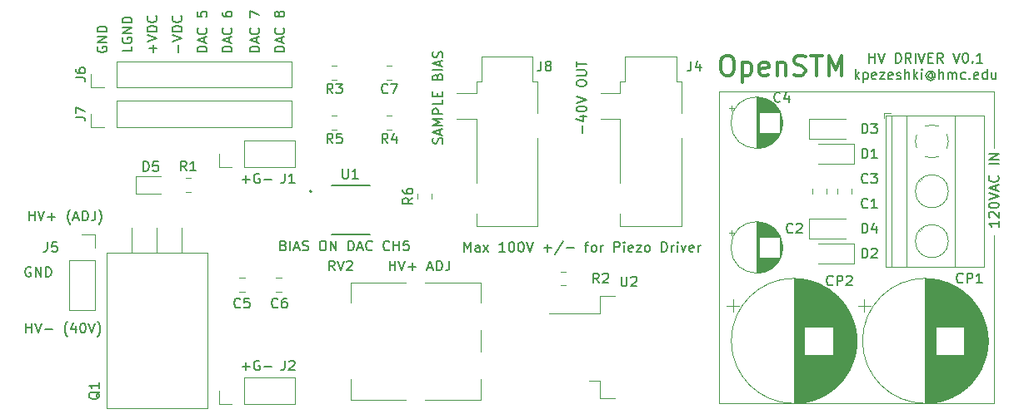
<source format=gbr>
%TF.GenerationSoftware,KiCad,Pcbnew,(5.1.6)-1*%
%TF.CreationDate,2020-10-30T20:37:26-07:00*%
%TF.ProjectId,highvoltagedriver,68696768-766f-46c7-9461-676564726976,rev?*%
%TF.SameCoordinates,Original*%
%TF.FileFunction,Legend,Top*%
%TF.FilePolarity,Positive*%
%FSLAX46Y46*%
G04 Gerber Fmt 4.6, Leading zero omitted, Abs format (unit mm)*
G04 Created by KiCad (PCBNEW (5.1.6)-1) date 2020-10-30 20:37:26*
%MOMM*%
%LPD*%
G01*
G04 APERTURE LIST*
%ADD10C,0.150000*%
%ADD11C,0.300000*%
%ADD12C,0.120000*%
%ADD13C,0.200000*%
%ADD14C,0.127000*%
G04 APERTURE END LIST*
D10*
X141129523Y-100766571D02*
X141272380Y-100814190D01*
X141320000Y-100861809D01*
X141367619Y-100957047D01*
X141367619Y-101099904D01*
X141320000Y-101195142D01*
X141272380Y-101242761D01*
X141177142Y-101290380D01*
X140796190Y-101290380D01*
X140796190Y-100290380D01*
X141129523Y-100290380D01*
X141224761Y-100338000D01*
X141272380Y-100385619D01*
X141320000Y-100480857D01*
X141320000Y-100576095D01*
X141272380Y-100671333D01*
X141224761Y-100718952D01*
X141129523Y-100766571D01*
X140796190Y-100766571D01*
X141796190Y-101290380D02*
X141796190Y-100290380D01*
X142224761Y-101004666D02*
X142700952Y-101004666D01*
X142129523Y-101290380D02*
X142462857Y-100290380D01*
X142796190Y-101290380D01*
X143081904Y-101242761D02*
X143224761Y-101290380D01*
X143462857Y-101290380D01*
X143558095Y-101242761D01*
X143605714Y-101195142D01*
X143653333Y-101099904D01*
X143653333Y-101004666D01*
X143605714Y-100909428D01*
X143558095Y-100861809D01*
X143462857Y-100814190D01*
X143272380Y-100766571D01*
X143177142Y-100718952D01*
X143129523Y-100671333D01*
X143081904Y-100576095D01*
X143081904Y-100480857D01*
X143129523Y-100385619D01*
X143177142Y-100338000D01*
X143272380Y-100290380D01*
X143510476Y-100290380D01*
X143653333Y-100338000D01*
X145034285Y-100290380D02*
X145224761Y-100290380D01*
X145320000Y-100338000D01*
X145415238Y-100433238D01*
X145462857Y-100623714D01*
X145462857Y-100957047D01*
X145415238Y-101147523D01*
X145320000Y-101242761D01*
X145224761Y-101290380D01*
X145034285Y-101290380D01*
X144939047Y-101242761D01*
X144843809Y-101147523D01*
X144796190Y-100957047D01*
X144796190Y-100623714D01*
X144843809Y-100433238D01*
X144939047Y-100338000D01*
X145034285Y-100290380D01*
X145891428Y-101290380D02*
X145891428Y-100290380D01*
X146462857Y-101290380D01*
X146462857Y-100290380D01*
X147700952Y-101290380D02*
X147700952Y-100290380D01*
X147939047Y-100290380D01*
X148081904Y-100338000D01*
X148177142Y-100433238D01*
X148224761Y-100528476D01*
X148272380Y-100718952D01*
X148272380Y-100861809D01*
X148224761Y-101052285D01*
X148177142Y-101147523D01*
X148081904Y-101242761D01*
X147939047Y-101290380D01*
X147700952Y-101290380D01*
X148653333Y-101004666D02*
X149129523Y-101004666D01*
X148558095Y-101290380D02*
X148891428Y-100290380D01*
X149224761Y-101290380D01*
X150129523Y-101195142D02*
X150081904Y-101242761D01*
X149939047Y-101290380D01*
X149843809Y-101290380D01*
X149700952Y-101242761D01*
X149605714Y-101147523D01*
X149558095Y-101052285D01*
X149510476Y-100861809D01*
X149510476Y-100718952D01*
X149558095Y-100528476D01*
X149605714Y-100433238D01*
X149700952Y-100338000D01*
X149843809Y-100290380D01*
X149939047Y-100290380D01*
X150081904Y-100338000D01*
X150129523Y-100385619D01*
X151891428Y-101195142D02*
X151843809Y-101242761D01*
X151700952Y-101290380D01*
X151605714Y-101290380D01*
X151462857Y-101242761D01*
X151367619Y-101147523D01*
X151320000Y-101052285D01*
X151272380Y-100861809D01*
X151272380Y-100718952D01*
X151320000Y-100528476D01*
X151367619Y-100433238D01*
X151462857Y-100338000D01*
X151605714Y-100290380D01*
X151700952Y-100290380D01*
X151843809Y-100338000D01*
X151891428Y-100385619D01*
X152320000Y-101290380D02*
X152320000Y-100290380D01*
X152320000Y-100766571D02*
X152891428Y-100766571D01*
X152891428Y-101290380D02*
X152891428Y-100290380D01*
X153843809Y-100290380D02*
X153367619Y-100290380D01*
X153319999Y-100766571D01*
X153367619Y-100718952D01*
X153462857Y-100671333D01*
X153700952Y-100671333D01*
X153796190Y-100718952D01*
X153843809Y-100766571D01*
X153891428Y-100861809D01*
X153891428Y-101099904D01*
X153843809Y-101195142D01*
X153796190Y-101242761D01*
X153700952Y-101290380D01*
X153462857Y-101290380D01*
X153367619Y-101242761D01*
X153319999Y-101195142D01*
X171521428Y-89296428D02*
X171521428Y-88534523D01*
X171235714Y-87629761D02*
X171902380Y-87629761D01*
X170854761Y-87867857D02*
X171569047Y-88105952D01*
X171569047Y-87486904D01*
X170902380Y-86915476D02*
X170902380Y-86820238D01*
X170950000Y-86725000D01*
X170997619Y-86677380D01*
X171092857Y-86629761D01*
X171283333Y-86582142D01*
X171521428Y-86582142D01*
X171711904Y-86629761D01*
X171807142Y-86677380D01*
X171854761Y-86725000D01*
X171902380Y-86820238D01*
X171902380Y-86915476D01*
X171854761Y-87010714D01*
X171807142Y-87058333D01*
X171711904Y-87105952D01*
X171521428Y-87153571D01*
X171283333Y-87153571D01*
X171092857Y-87105952D01*
X170997619Y-87058333D01*
X170950000Y-87010714D01*
X170902380Y-86915476D01*
X170902380Y-86296428D02*
X171902380Y-85963095D01*
X170902380Y-85629761D01*
X170902380Y-84344047D02*
X170902380Y-84153571D01*
X170950000Y-84058333D01*
X171045238Y-83963095D01*
X171235714Y-83915476D01*
X171569047Y-83915476D01*
X171759523Y-83963095D01*
X171854761Y-84058333D01*
X171902380Y-84153571D01*
X171902380Y-84344047D01*
X171854761Y-84439285D01*
X171759523Y-84534523D01*
X171569047Y-84582142D01*
X171235714Y-84582142D01*
X171045238Y-84534523D01*
X170950000Y-84439285D01*
X170902380Y-84344047D01*
X170902380Y-83486904D02*
X171711904Y-83486904D01*
X171807142Y-83439285D01*
X171854761Y-83391666D01*
X171902380Y-83296428D01*
X171902380Y-83105952D01*
X171854761Y-83010714D01*
X171807142Y-82963095D01*
X171711904Y-82915476D01*
X170902380Y-82915476D01*
X170902380Y-82582142D02*
X170902380Y-82010714D01*
X171902380Y-82296428D02*
X170902380Y-82296428D01*
X127891848Y-81077843D02*
X127891848Y-80315939D01*
X128272800Y-80696891D02*
X127510896Y-80696891D01*
X127272800Y-79982605D02*
X128272800Y-79649272D01*
X127272800Y-79315939D01*
X128272800Y-78982605D02*
X127272800Y-78982605D01*
X127272800Y-78744510D01*
X127320420Y-78601653D01*
X127415658Y-78506415D01*
X127510896Y-78458796D01*
X127701372Y-78411177D01*
X127844229Y-78411177D01*
X128034705Y-78458796D01*
X128129943Y-78506415D01*
X128225181Y-78601653D01*
X128272800Y-78744510D01*
X128272800Y-78982605D01*
X128177562Y-77411177D02*
X128225181Y-77458796D01*
X128272800Y-77601653D01*
X128272800Y-77696891D01*
X128225181Y-77839748D01*
X128129943Y-77934986D01*
X128034705Y-77982605D01*
X127844229Y-78030224D01*
X127701372Y-78030224D01*
X127510896Y-77982605D01*
X127415658Y-77934986D01*
X127320420Y-77839748D01*
X127272800Y-77696891D01*
X127272800Y-77601653D01*
X127320420Y-77458796D01*
X127368039Y-77411177D01*
X141226800Y-81061939D02*
X140226800Y-81061939D01*
X140226800Y-80823843D01*
X140274420Y-80680986D01*
X140369658Y-80585748D01*
X140464896Y-80538129D01*
X140655372Y-80490510D01*
X140798229Y-80490510D01*
X140988705Y-80538129D01*
X141083943Y-80585748D01*
X141179181Y-80680986D01*
X141226800Y-80823843D01*
X141226800Y-81061939D01*
X140941086Y-80109558D02*
X140941086Y-79633367D01*
X141226800Y-80204796D02*
X140226800Y-79871462D01*
X141226800Y-79538129D01*
X141131562Y-78633367D02*
X141179181Y-78680986D01*
X141226800Y-78823843D01*
X141226800Y-78919081D01*
X141179181Y-79061939D01*
X141083943Y-79157177D01*
X140988705Y-79204796D01*
X140798229Y-79252415D01*
X140655372Y-79252415D01*
X140464896Y-79204796D01*
X140369658Y-79157177D01*
X140274420Y-79061939D01*
X140226800Y-78919081D01*
X140226800Y-78823843D01*
X140274420Y-78680986D01*
X140322039Y-78633367D01*
X140655372Y-77300034D02*
X140607753Y-77395272D01*
X140560134Y-77442891D01*
X140464896Y-77490510D01*
X140417277Y-77490510D01*
X140322039Y-77442891D01*
X140274420Y-77395272D01*
X140226800Y-77300034D01*
X140226800Y-77109558D01*
X140274420Y-77014320D01*
X140322039Y-76966700D01*
X140417277Y-76919081D01*
X140464896Y-76919081D01*
X140560134Y-76966700D01*
X140607753Y-77014320D01*
X140655372Y-77109558D01*
X140655372Y-77300034D01*
X140702991Y-77395272D01*
X140750610Y-77442891D01*
X140845848Y-77490510D01*
X141036324Y-77490510D01*
X141131562Y-77442891D01*
X141179181Y-77395272D01*
X141226800Y-77300034D01*
X141226800Y-77109558D01*
X141179181Y-77014320D01*
X141131562Y-76966700D01*
X141036324Y-76919081D01*
X140845848Y-76919081D01*
X140750610Y-76966700D01*
X140702991Y-77014320D01*
X140655372Y-77109558D01*
X135892800Y-81061939D02*
X134892800Y-81061939D01*
X134892800Y-80823843D01*
X134940420Y-80680986D01*
X135035658Y-80585748D01*
X135130896Y-80538129D01*
X135321372Y-80490510D01*
X135464229Y-80490510D01*
X135654705Y-80538129D01*
X135749943Y-80585748D01*
X135845181Y-80680986D01*
X135892800Y-80823843D01*
X135892800Y-81061939D01*
X135607086Y-80109558D02*
X135607086Y-79633367D01*
X135892800Y-80204796D02*
X134892800Y-79871462D01*
X135892800Y-79538129D01*
X135797562Y-78633367D02*
X135845181Y-78680986D01*
X135892800Y-78823843D01*
X135892800Y-78919081D01*
X135845181Y-79061939D01*
X135749943Y-79157177D01*
X135654705Y-79204796D01*
X135464229Y-79252415D01*
X135321372Y-79252415D01*
X135130896Y-79204796D01*
X135035658Y-79157177D01*
X134940420Y-79061939D01*
X134892800Y-78919081D01*
X134892800Y-78823843D01*
X134940420Y-78680986D01*
X134988039Y-78633367D01*
X134892800Y-77014320D02*
X134892800Y-77204796D01*
X134940420Y-77300034D01*
X134988039Y-77347653D01*
X135130896Y-77442891D01*
X135321372Y-77490510D01*
X135702324Y-77490510D01*
X135797562Y-77442891D01*
X135845181Y-77395272D01*
X135892800Y-77300034D01*
X135892800Y-77109558D01*
X135845181Y-77014320D01*
X135797562Y-76966700D01*
X135702324Y-76919081D01*
X135464229Y-76919081D01*
X135368991Y-76966700D01*
X135321372Y-77014320D01*
X135273753Y-77109558D01*
X135273753Y-77300034D01*
X135321372Y-77395272D01*
X135368991Y-77442891D01*
X135464229Y-77490510D01*
X138686800Y-81061939D02*
X137686800Y-81061939D01*
X137686800Y-80823843D01*
X137734420Y-80680986D01*
X137829658Y-80585748D01*
X137924896Y-80538129D01*
X138115372Y-80490510D01*
X138258229Y-80490510D01*
X138448705Y-80538129D01*
X138543943Y-80585748D01*
X138639181Y-80680986D01*
X138686800Y-80823843D01*
X138686800Y-81061939D01*
X138401086Y-80109558D02*
X138401086Y-79633367D01*
X138686800Y-80204796D02*
X137686800Y-79871462D01*
X138686800Y-79538129D01*
X138591562Y-78633367D02*
X138639181Y-78680986D01*
X138686800Y-78823843D01*
X138686800Y-78919081D01*
X138639181Y-79061939D01*
X138543943Y-79157177D01*
X138448705Y-79204796D01*
X138258229Y-79252415D01*
X138115372Y-79252415D01*
X137924896Y-79204796D01*
X137829658Y-79157177D01*
X137734420Y-79061939D01*
X137686800Y-78919081D01*
X137686800Y-78823843D01*
X137734420Y-78680986D01*
X137782039Y-78633367D01*
X137686800Y-77538129D02*
X137686800Y-76871462D01*
X138686800Y-77300034D01*
X125732800Y-80482605D02*
X125732800Y-80958796D01*
X124732800Y-80958796D01*
X124780420Y-79625462D02*
X124732800Y-79720700D01*
X124732800Y-79863558D01*
X124780420Y-80006415D01*
X124875658Y-80101653D01*
X124970896Y-80149272D01*
X125161372Y-80196891D01*
X125304229Y-80196891D01*
X125494705Y-80149272D01*
X125589943Y-80101653D01*
X125685181Y-80006415D01*
X125732800Y-79863558D01*
X125732800Y-79768320D01*
X125685181Y-79625462D01*
X125637562Y-79577843D01*
X125304229Y-79577843D01*
X125304229Y-79768320D01*
X125732800Y-79149272D02*
X124732800Y-79149272D01*
X125732800Y-78577843D01*
X124732800Y-78577843D01*
X125732800Y-78101653D02*
X124732800Y-78101653D01*
X124732800Y-77863558D01*
X124780420Y-77720700D01*
X124875658Y-77625462D01*
X124970896Y-77577843D01*
X125161372Y-77530224D01*
X125304229Y-77530224D01*
X125494705Y-77577843D01*
X125589943Y-77625462D01*
X125685181Y-77720700D01*
X125732800Y-77863558D01*
X125732800Y-78101653D01*
X122240420Y-80538224D02*
X122192800Y-80633462D01*
X122192800Y-80776320D01*
X122240420Y-80919177D01*
X122335658Y-81014415D01*
X122430896Y-81062034D01*
X122621372Y-81109653D01*
X122764229Y-81109653D01*
X122954705Y-81062034D01*
X123049943Y-81014415D01*
X123145181Y-80919177D01*
X123192800Y-80776320D01*
X123192800Y-80681081D01*
X123145181Y-80538224D01*
X123097562Y-80490605D01*
X122764229Y-80490605D01*
X122764229Y-80681081D01*
X123192800Y-80062034D02*
X122192800Y-80062034D01*
X123192800Y-79490605D01*
X122192800Y-79490605D01*
X123192800Y-79014415D02*
X122192800Y-79014415D01*
X122192800Y-78776320D01*
X122240420Y-78633462D01*
X122335658Y-78538224D01*
X122430896Y-78490605D01*
X122621372Y-78442986D01*
X122764229Y-78442986D01*
X122954705Y-78490605D01*
X123049943Y-78538224D01*
X123145181Y-78633462D01*
X123192800Y-78776320D01*
X123192800Y-79014415D01*
X133352800Y-81061939D02*
X132352800Y-81061939D01*
X132352800Y-80823843D01*
X132400420Y-80680986D01*
X132495658Y-80585748D01*
X132590896Y-80538129D01*
X132781372Y-80490510D01*
X132924229Y-80490510D01*
X133114705Y-80538129D01*
X133209943Y-80585748D01*
X133305181Y-80680986D01*
X133352800Y-80823843D01*
X133352800Y-81061939D01*
X133067086Y-80109558D02*
X133067086Y-79633367D01*
X133352800Y-80204796D02*
X132352800Y-79871462D01*
X133352800Y-79538129D01*
X133257562Y-78633367D02*
X133305181Y-78680986D01*
X133352800Y-78823843D01*
X133352800Y-78919081D01*
X133305181Y-79061939D01*
X133209943Y-79157177D01*
X133114705Y-79204796D01*
X132924229Y-79252415D01*
X132781372Y-79252415D01*
X132590896Y-79204796D01*
X132495658Y-79157177D01*
X132400420Y-79061939D01*
X132352800Y-78919081D01*
X132352800Y-78823843D01*
X132400420Y-78680986D01*
X132448039Y-78633367D01*
X132352800Y-76966700D02*
X132352800Y-77442891D01*
X132828991Y-77490510D01*
X132781372Y-77442891D01*
X132733753Y-77347653D01*
X132733753Y-77109558D01*
X132781372Y-77014320D01*
X132828991Y-76966700D01*
X132924229Y-76919081D01*
X133162324Y-76919081D01*
X133257562Y-76966700D01*
X133305181Y-77014320D01*
X133352800Y-77109558D01*
X133352800Y-77347653D01*
X133305181Y-77442891D01*
X133257562Y-77490510D01*
X130431848Y-81077843D02*
X130431848Y-80315939D01*
X129812800Y-79982605D02*
X130812800Y-79649272D01*
X129812800Y-79315939D01*
X130812800Y-78982605D02*
X129812800Y-78982605D01*
X129812800Y-78744510D01*
X129860420Y-78601653D01*
X129955658Y-78506415D01*
X130050896Y-78458796D01*
X130241372Y-78411177D01*
X130384229Y-78411177D01*
X130574705Y-78458796D01*
X130669943Y-78506415D01*
X130765181Y-78601653D01*
X130812800Y-78744510D01*
X130812800Y-78982605D01*
X130717562Y-77411177D02*
X130765181Y-77458796D01*
X130812800Y-77601653D01*
X130812800Y-77696891D01*
X130765181Y-77839748D01*
X130669943Y-77934986D01*
X130574705Y-77982605D01*
X130384229Y-78030224D01*
X130241372Y-78030224D01*
X130050896Y-77982605D01*
X129955658Y-77934986D01*
X129860420Y-77839748D01*
X129812800Y-77696891D01*
X129812800Y-77601653D01*
X129860420Y-77458796D01*
X129908039Y-77411177D01*
X157249761Y-90391666D02*
X157297380Y-90248809D01*
X157297380Y-90010714D01*
X157249761Y-89915476D01*
X157202142Y-89867857D01*
X157106904Y-89820238D01*
X157011666Y-89820238D01*
X156916428Y-89867857D01*
X156868809Y-89915476D01*
X156821190Y-90010714D01*
X156773571Y-90201190D01*
X156725952Y-90296428D01*
X156678333Y-90344047D01*
X156583095Y-90391666D01*
X156487857Y-90391666D01*
X156392619Y-90344047D01*
X156345000Y-90296428D01*
X156297380Y-90201190D01*
X156297380Y-89963095D01*
X156345000Y-89820238D01*
X157011666Y-89439285D02*
X157011666Y-88963095D01*
X157297380Y-89534523D02*
X156297380Y-89201190D01*
X157297380Y-88867857D01*
X157297380Y-88534523D02*
X156297380Y-88534523D01*
X157011666Y-88201190D01*
X156297380Y-87867857D01*
X157297380Y-87867857D01*
X157297380Y-87391666D02*
X156297380Y-87391666D01*
X156297380Y-87010714D01*
X156345000Y-86915476D01*
X156392619Y-86867857D01*
X156487857Y-86820238D01*
X156630714Y-86820238D01*
X156725952Y-86867857D01*
X156773571Y-86915476D01*
X156821190Y-87010714D01*
X156821190Y-87391666D01*
X157297380Y-85915476D02*
X157297380Y-86391666D01*
X156297380Y-86391666D01*
X156773571Y-85582142D02*
X156773571Y-85248809D01*
X157297380Y-85105952D02*
X157297380Y-85582142D01*
X156297380Y-85582142D01*
X156297380Y-85105952D01*
X156773571Y-83582142D02*
X156821190Y-83439285D01*
X156868809Y-83391666D01*
X156964047Y-83344047D01*
X157106904Y-83344047D01*
X157202142Y-83391666D01*
X157249761Y-83439285D01*
X157297380Y-83534523D01*
X157297380Y-83915476D01*
X156297380Y-83915476D01*
X156297380Y-83582142D01*
X156345000Y-83486904D01*
X156392619Y-83439285D01*
X156487857Y-83391666D01*
X156583095Y-83391666D01*
X156678333Y-83439285D01*
X156725952Y-83486904D01*
X156773571Y-83582142D01*
X156773571Y-83915476D01*
X157297380Y-82915476D02*
X156297380Y-82915476D01*
X157011666Y-82486904D02*
X157011666Y-82010714D01*
X157297380Y-82582142D02*
X156297380Y-82248809D01*
X157297380Y-81915476D01*
X157249761Y-81629761D02*
X157297380Y-81486904D01*
X157297380Y-81248809D01*
X157249761Y-81153571D01*
X157202142Y-81105952D01*
X157106904Y-81058333D01*
X157011666Y-81058333D01*
X156916428Y-81105952D01*
X156868809Y-81153571D01*
X156821190Y-81248809D01*
X156773571Y-81439285D01*
X156725952Y-81534523D01*
X156678333Y-81582142D01*
X156583095Y-81629761D01*
X156487857Y-81629761D01*
X156392619Y-81582142D01*
X156345000Y-81534523D01*
X156297380Y-81439285D01*
X156297380Y-81201190D01*
X156345000Y-81058333D01*
X115443095Y-103005000D02*
X115347857Y-102957380D01*
X115205000Y-102957380D01*
X115062142Y-103005000D01*
X114966904Y-103100238D01*
X114919285Y-103195476D01*
X114871666Y-103385952D01*
X114871666Y-103528809D01*
X114919285Y-103719285D01*
X114966904Y-103814523D01*
X115062142Y-103909761D01*
X115205000Y-103957380D01*
X115300238Y-103957380D01*
X115443095Y-103909761D01*
X115490714Y-103862142D01*
X115490714Y-103528809D01*
X115300238Y-103528809D01*
X115919285Y-103957380D02*
X115919285Y-102957380D01*
X116490714Y-103957380D01*
X116490714Y-102957380D01*
X116966904Y-103957380D02*
X116966904Y-102957380D01*
X117205000Y-102957380D01*
X117347857Y-103005000D01*
X117443095Y-103100238D01*
X117490714Y-103195476D01*
X117538333Y-103385952D01*
X117538333Y-103528809D01*
X117490714Y-103719285D01*
X117443095Y-103814523D01*
X117347857Y-103909761D01*
X117205000Y-103957380D01*
X116966904Y-103957380D01*
X114983095Y-109672380D02*
X114983095Y-108672380D01*
X114983095Y-109148571D02*
X115554523Y-109148571D01*
X115554523Y-109672380D02*
X115554523Y-108672380D01*
X115887857Y-108672380D02*
X116221190Y-109672380D01*
X116554523Y-108672380D01*
X116887857Y-109291428D02*
X117649761Y-109291428D01*
X119173571Y-110053333D02*
X119125952Y-110005714D01*
X119030714Y-109862857D01*
X118983095Y-109767619D01*
X118935476Y-109624761D01*
X118887857Y-109386666D01*
X118887857Y-109196190D01*
X118935476Y-108958095D01*
X118983095Y-108815238D01*
X119030714Y-108720000D01*
X119125952Y-108577142D01*
X119173571Y-108529523D01*
X119983095Y-109005714D02*
X119983095Y-109672380D01*
X119745000Y-108624761D02*
X119506904Y-109339047D01*
X120125952Y-109339047D01*
X120697380Y-108672380D02*
X120792619Y-108672380D01*
X120887857Y-108720000D01*
X120935476Y-108767619D01*
X120983095Y-108862857D01*
X121030714Y-109053333D01*
X121030714Y-109291428D01*
X120983095Y-109481904D01*
X120935476Y-109577142D01*
X120887857Y-109624761D01*
X120792619Y-109672380D01*
X120697380Y-109672380D01*
X120602142Y-109624761D01*
X120554523Y-109577142D01*
X120506904Y-109481904D01*
X120459285Y-109291428D01*
X120459285Y-109053333D01*
X120506904Y-108862857D01*
X120554523Y-108767619D01*
X120602142Y-108720000D01*
X120697380Y-108672380D01*
X121316428Y-108672380D02*
X121649761Y-109672380D01*
X121983095Y-108672380D01*
X122221190Y-110053333D02*
X122268809Y-110005714D01*
X122364047Y-109862857D01*
X122411666Y-109767619D01*
X122459285Y-109624761D01*
X122506904Y-109386666D01*
X122506904Y-109196190D01*
X122459285Y-108958095D01*
X122411666Y-108815238D01*
X122364047Y-108720000D01*
X122268809Y-108577142D01*
X122221190Y-108529523D01*
X115270595Y-98242380D02*
X115270595Y-97242380D01*
X115270595Y-97718571D02*
X115842023Y-97718571D01*
X115842023Y-98242380D02*
X115842023Y-97242380D01*
X116175357Y-97242380D02*
X116508690Y-98242380D01*
X116842023Y-97242380D01*
X117175357Y-97861428D02*
X117937261Y-97861428D01*
X117556309Y-98242380D02*
X117556309Y-97480476D01*
X119461071Y-98623333D02*
X119413452Y-98575714D01*
X119318214Y-98432857D01*
X119270595Y-98337619D01*
X119222976Y-98194761D01*
X119175357Y-97956666D01*
X119175357Y-97766190D01*
X119222976Y-97528095D01*
X119270595Y-97385238D01*
X119318214Y-97290000D01*
X119413452Y-97147142D01*
X119461071Y-97099523D01*
X119794404Y-97956666D02*
X120270595Y-97956666D01*
X119699166Y-98242380D02*
X120032500Y-97242380D01*
X120365833Y-98242380D01*
X120699166Y-98242380D02*
X120699166Y-97242380D01*
X120937261Y-97242380D01*
X121080119Y-97290000D01*
X121175357Y-97385238D01*
X121222976Y-97480476D01*
X121270595Y-97670952D01*
X121270595Y-97813809D01*
X121222976Y-98004285D01*
X121175357Y-98099523D01*
X121080119Y-98194761D01*
X120937261Y-98242380D01*
X120699166Y-98242380D01*
X121984880Y-97242380D02*
X121984880Y-97956666D01*
X121937261Y-98099523D01*
X121842023Y-98194761D01*
X121699166Y-98242380D01*
X121603928Y-98242380D01*
X122365833Y-98623333D02*
X122413452Y-98575714D01*
X122508690Y-98432857D01*
X122556309Y-98337619D01*
X122603928Y-98194761D01*
X122651547Y-97956666D01*
X122651547Y-97766190D01*
X122603928Y-97528095D01*
X122556309Y-97385238D01*
X122508690Y-97290000D01*
X122413452Y-97147142D01*
X122365833Y-97099523D01*
X213812380Y-98299826D02*
X213812380Y-98871255D01*
X213812380Y-98585540D02*
X212812380Y-98585540D01*
X212955238Y-98680779D01*
X213050476Y-98776017D01*
X213098095Y-98871255D01*
X212907619Y-97918874D02*
X212860000Y-97871255D01*
X212812380Y-97776017D01*
X212812380Y-97537921D01*
X212860000Y-97442683D01*
X212907619Y-97395064D01*
X213002857Y-97347445D01*
X213098095Y-97347445D01*
X213240952Y-97395064D01*
X213812380Y-97966493D01*
X213812380Y-97347445D01*
X212812380Y-96728398D02*
X212812380Y-96633160D01*
X212860000Y-96537921D01*
X212907619Y-96490302D01*
X213002857Y-96442683D01*
X213193333Y-96395064D01*
X213431428Y-96395064D01*
X213621904Y-96442683D01*
X213717142Y-96490302D01*
X213764761Y-96537921D01*
X213812380Y-96633160D01*
X213812380Y-96728398D01*
X213764761Y-96823636D01*
X213717142Y-96871255D01*
X213621904Y-96918874D01*
X213431428Y-96966493D01*
X213193333Y-96966493D01*
X213002857Y-96918874D01*
X212907619Y-96871255D01*
X212860000Y-96823636D01*
X212812380Y-96728398D01*
X212812380Y-96109350D02*
X213812380Y-95776017D01*
X212812380Y-95442683D01*
X213526666Y-95156969D02*
X213526666Y-94680779D01*
X213812380Y-95252207D02*
X212812380Y-94918874D01*
X213812380Y-94585540D01*
X213717142Y-93680779D02*
X213764761Y-93728398D01*
X213812380Y-93871255D01*
X213812380Y-93966493D01*
X213764761Y-94109350D01*
X213669523Y-94204588D01*
X213574285Y-94252207D01*
X213383809Y-94299826D01*
X213240952Y-94299826D01*
X213050476Y-94252207D01*
X212955238Y-94204588D01*
X212860000Y-94109350D01*
X212812380Y-93966493D01*
X212812380Y-93871255D01*
X212860000Y-93728398D01*
X212907619Y-93680779D01*
X213812380Y-92490302D02*
X212812380Y-92490302D01*
X213812380Y-92014112D02*
X212812380Y-92014112D01*
X213812380Y-91442683D01*
X212812380Y-91442683D01*
X159497619Y-101417380D02*
X159497619Y-100417380D01*
X159830952Y-101131666D01*
X160164285Y-100417380D01*
X160164285Y-101417380D01*
X161069047Y-101417380D02*
X161069047Y-100893571D01*
X161021428Y-100798333D01*
X160926190Y-100750714D01*
X160735714Y-100750714D01*
X160640476Y-100798333D01*
X161069047Y-101369761D02*
X160973809Y-101417380D01*
X160735714Y-101417380D01*
X160640476Y-101369761D01*
X160592857Y-101274523D01*
X160592857Y-101179285D01*
X160640476Y-101084047D01*
X160735714Y-101036428D01*
X160973809Y-101036428D01*
X161069047Y-100988809D01*
X161450000Y-101417380D02*
X161973809Y-100750714D01*
X161450000Y-100750714D02*
X161973809Y-101417380D01*
X163640476Y-101417380D02*
X163069047Y-101417380D01*
X163354761Y-101417380D02*
X163354761Y-100417380D01*
X163259523Y-100560238D01*
X163164285Y-100655476D01*
X163069047Y-100703095D01*
X164259523Y-100417380D02*
X164354761Y-100417380D01*
X164450000Y-100465000D01*
X164497619Y-100512619D01*
X164545238Y-100607857D01*
X164592857Y-100798333D01*
X164592857Y-101036428D01*
X164545238Y-101226904D01*
X164497619Y-101322142D01*
X164450000Y-101369761D01*
X164354761Y-101417380D01*
X164259523Y-101417380D01*
X164164285Y-101369761D01*
X164116666Y-101322142D01*
X164069047Y-101226904D01*
X164021428Y-101036428D01*
X164021428Y-100798333D01*
X164069047Y-100607857D01*
X164116666Y-100512619D01*
X164164285Y-100465000D01*
X164259523Y-100417380D01*
X165211904Y-100417380D02*
X165307142Y-100417380D01*
X165402380Y-100465000D01*
X165450000Y-100512619D01*
X165497619Y-100607857D01*
X165545238Y-100798333D01*
X165545238Y-101036428D01*
X165497619Y-101226904D01*
X165450000Y-101322142D01*
X165402380Y-101369761D01*
X165307142Y-101417380D01*
X165211904Y-101417380D01*
X165116666Y-101369761D01*
X165069047Y-101322142D01*
X165021428Y-101226904D01*
X164973809Y-101036428D01*
X164973809Y-100798333D01*
X165021428Y-100607857D01*
X165069047Y-100512619D01*
X165116666Y-100465000D01*
X165211904Y-100417380D01*
X165830952Y-100417380D02*
X166164285Y-101417380D01*
X166497619Y-100417380D01*
X167592857Y-101036428D02*
X168354761Y-101036428D01*
X167973809Y-101417380D02*
X167973809Y-100655476D01*
X169545238Y-100369761D02*
X168688095Y-101655476D01*
X169878571Y-101036428D02*
X170640476Y-101036428D01*
X171735714Y-100750714D02*
X172116666Y-100750714D01*
X171878571Y-101417380D02*
X171878571Y-100560238D01*
X171926190Y-100465000D01*
X172021428Y-100417380D01*
X172116666Y-100417380D01*
X172592857Y-101417380D02*
X172497619Y-101369761D01*
X172450000Y-101322142D01*
X172402380Y-101226904D01*
X172402380Y-100941190D01*
X172450000Y-100845952D01*
X172497619Y-100798333D01*
X172592857Y-100750714D01*
X172735714Y-100750714D01*
X172830952Y-100798333D01*
X172878571Y-100845952D01*
X172926190Y-100941190D01*
X172926190Y-101226904D01*
X172878571Y-101322142D01*
X172830952Y-101369761D01*
X172735714Y-101417380D01*
X172592857Y-101417380D01*
X173354761Y-101417380D02*
X173354761Y-100750714D01*
X173354761Y-100941190D02*
X173402380Y-100845952D01*
X173450000Y-100798333D01*
X173545238Y-100750714D01*
X173640476Y-100750714D01*
X174735714Y-101417380D02*
X174735714Y-100417380D01*
X175116666Y-100417380D01*
X175211904Y-100465000D01*
X175259523Y-100512619D01*
X175307142Y-100607857D01*
X175307142Y-100750714D01*
X175259523Y-100845952D01*
X175211904Y-100893571D01*
X175116666Y-100941190D01*
X174735714Y-100941190D01*
X175735714Y-101417380D02*
X175735714Y-100750714D01*
X175735714Y-100417380D02*
X175688095Y-100465000D01*
X175735714Y-100512619D01*
X175783333Y-100465000D01*
X175735714Y-100417380D01*
X175735714Y-100512619D01*
X176592857Y-101369761D02*
X176497619Y-101417380D01*
X176307142Y-101417380D01*
X176211904Y-101369761D01*
X176164285Y-101274523D01*
X176164285Y-100893571D01*
X176211904Y-100798333D01*
X176307142Y-100750714D01*
X176497619Y-100750714D01*
X176592857Y-100798333D01*
X176640476Y-100893571D01*
X176640476Y-100988809D01*
X176164285Y-101084047D01*
X176973809Y-100750714D02*
X177497619Y-100750714D01*
X176973809Y-101417380D01*
X177497619Y-101417380D01*
X178021428Y-101417380D02*
X177926190Y-101369761D01*
X177878571Y-101322142D01*
X177830952Y-101226904D01*
X177830952Y-100941190D01*
X177878571Y-100845952D01*
X177926190Y-100798333D01*
X178021428Y-100750714D01*
X178164285Y-100750714D01*
X178259523Y-100798333D01*
X178307142Y-100845952D01*
X178354761Y-100941190D01*
X178354761Y-101226904D01*
X178307142Y-101322142D01*
X178259523Y-101369761D01*
X178164285Y-101417380D01*
X178021428Y-101417380D01*
X179545238Y-101417380D02*
X179545238Y-100417380D01*
X179783333Y-100417380D01*
X179926190Y-100465000D01*
X180021428Y-100560238D01*
X180069047Y-100655476D01*
X180116666Y-100845952D01*
X180116666Y-100988809D01*
X180069047Y-101179285D01*
X180021428Y-101274523D01*
X179926190Y-101369761D01*
X179783333Y-101417380D01*
X179545238Y-101417380D01*
X180545238Y-101417380D02*
X180545238Y-100750714D01*
X180545238Y-100941190D02*
X180592857Y-100845952D01*
X180640476Y-100798333D01*
X180735714Y-100750714D01*
X180830952Y-100750714D01*
X181164285Y-101417380D02*
X181164285Y-100750714D01*
X181164285Y-100417380D02*
X181116666Y-100465000D01*
X181164285Y-100512619D01*
X181211904Y-100465000D01*
X181164285Y-100417380D01*
X181164285Y-100512619D01*
X181545238Y-100750714D02*
X181783333Y-101417380D01*
X182021428Y-100750714D01*
X182783333Y-101369761D02*
X182688095Y-101417380D01*
X182497619Y-101417380D01*
X182402380Y-101369761D01*
X182354761Y-101274523D01*
X182354761Y-100893571D01*
X182402380Y-100798333D01*
X182497619Y-100750714D01*
X182688095Y-100750714D01*
X182783333Y-100798333D01*
X182830952Y-100893571D01*
X182830952Y-100988809D01*
X182354761Y-101084047D01*
X183259523Y-101417380D02*
X183259523Y-100750714D01*
X183259523Y-100941190D02*
X183307142Y-100845952D01*
X183354761Y-100798333D01*
X183450000Y-100750714D01*
X183545238Y-100750714D01*
D11*
X186055714Y-81454761D02*
X186436666Y-81454761D01*
X186627142Y-81550000D01*
X186817619Y-81740476D01*
X186912857Y-82121428D01*
X186912857Y-82788095D01*
X186817619Y-83169047D01*
X186627142Y-83359523D01*
X186436666Y-83454761D01*
X186055714Y-83454761D01*
X185865238Y-83359523D01*
X185674761Y-83169047D01*
X185579523Y-82788095D01*
X185579523Y-82121428D01*
X185674761Y-81740476D01*
X185865238Y-81550000D01*
X186055714Y-81454761D01*
X187770000Y-82121428D02*
X187770000Y-84121428D01*
X187770000Y-82216666D02*
X187960476Y-82121428D01*
X188341428Y-82121428D01*
X188531904Y-82216666D01*
X188627142Y-82311904D01*
X188722380Y-82502380D01*
X188722380Y-83073809D01*
X188627142Y-83264285D01*
X188531904Y-83359523D01*
X188341428Y-83454761D01*
X187960476Y-83454761D01*
X187770000Y-83359523D01*
X190341428Y-83359523D02*
X190150952Y-83454761D01*
X189770000Y-83454761D01*
X189579523Y-83359523D01*
X189484285Y-83169047D01*
X189484285Y-82407142D01*
X189579523Y-82216666D01*
X189770000Y-82121428D01*
X190150952Y-82121428D01*
X190341428Y-82216666D01*
X190436666Y-82407142D01*
X190436666Y-82597619D01*
X189484285Y-82788095D01*
X191293809Y-82121428D02*
X191293809Y-83454761D01*
X191293809Y-82311904D02*
X191389047Y-82216666D01*
X191579523Y-82121428D01*
X191865238Y-82121428D01*
X192055714Y-82216666D01*
X192150952Y-82407142D01*
X192150952Y-83454761D01*
X193008095Y-83359523D02*
X193293809Y-83454761D01*
X193770000Y-83454761D01*
X193960476Y-83359523D01*
X194055714Y-83264285D01*
X194150952Y-83073809D01*
X194150952Y-82883333D01*
X194055714Y-82692857D01*
X193960476Y-82597619D01*
X193770000Y-82502380D01*
X193389047Y-82407142D01*
X193198571Y-82311904D01*
X193103333Y-82216666D01*
X193008095Y-82026190D01*
X193008095Y-81835714D01*
X193103333Y-81645238D01*
X193198571Y-81550000D01*
X193389047Y-81454761D01*
X193865238Y-81454761D01*
X194150952Y-81550000D01*
X194722380Y-81454761D02*
X195865238Y-81454761D01*
X195293809Y-83454761D02*
X195293809Y-81454761D01*
X196531904Y-83454761D02*
X196531904Y-81454761D01*
X197198571Y-82883333D01*
X197865238Y-81454761D01*
X197865238Y-83454761D01*
D12*
X185420000Y-116840000D02*
X185420000Y-85090000D01*
X213360000Y-116840000D02*
X185420000Y-116840000D01*
X213360000Y-99695000D02*
X213360000Y-116840000D01*
X213360000Y-85090000D02*
X213360000Y-90805000D01*
X185420000Y-85090000D02*
X213360000Y-85090000D01*
D10*
X136930000Y-113101428D02*
X137691904Y-113101428D01*
X137310952Y-113482380D02*
X137310952Y-112720476D01*
X138691904Y-112530000D02*
X138596666Y-112482380D01*
X138453809Y-112482380D01*
X138310952Y-112530000D01*
X138215714Y-112625238D01*
X138168095Y-112720476D01*
X138120476Y-112910952D01*
X138120476Y-113053809D01*
X138168095Y-113244285D01*
X138215714Y-113339523D01*
X138310952Y-113434761D01*
X138453809Y-113482380D01*
X138549047Y-113482380D01*
X138691904Y-113434761D01*
X138739523Y-113387142D01*
X138739523Y-113053809D01*
X138549047Y-113053809D01*
X139168095Y-113101428D02*
X139930000Y-113101428D01*
X136930000Y-94051428D02*
X137691904Y-94051428D01*
X137310952Y-94432380D02*
X137310952Y-93670476D01*
X138691904Y-93480000D02*
X138596666Y-93432380D01*
X138453809Y-93432380D01*
X138310952Y-93480000D01*
X138215714Y-93575238D01*
X138168095Y-93670476D01*
X138120476Y-93860952D01*
X138120476Y-94003809D01*
X138168095Y-94194285D01*
X138215714Y-94289523D01*
X138310952Y-94384761D01*
X138453809Y-94432380D01*
X138549047Y-94432380D01*
X138691904Y-94384761D01*
X138739523Y-94337142D01*
X138739523Y-94003809D01*
X138549047Y-94003809D01*
X139168095Y-94051428D02*
X139930000Y-94051428D01*
X200660714Y-82177380D02*
X200660714Y-81177380D01*
X200660714Y-81653571D02*
X201232142Y-81653571D01*
X201232142Y-82177380D02*
X201232142Y-81177380D01*
X201565476Y-81177380D02*
X201898809Y-82177380D01*
X202232142Y-81177380D01*
X203327380Y-82177380D02*
X203327380Y-81177380D01*
X203565476Y-81177380D01*
X203708333Y-81225000D01*
X203803571Y-81320238D01*
X203851190Y-81415476D01*
X203898809Y-81605952D01*
X203898809Y-81748809D01*
X203851190Y-81939285D01*
X203803571Y-82034523D01*
X203708333Y-82129761D01*
X203565476Y-82177380D01*
X203327380Y-82177380D01*
X204898809Y-82177380D02*
X204565476Y-81701190D01*
X204327380Y-82177380D02*
X204327380Y-81177380D01*
X204708333Y-81177380D01*
X204803571Y-81225000D01*
X204851190Y-81272619D01*
X204898809Y-81367857D01*
X204898809Y-81510714D01*
X204851190Y-81605952D01*
X204803571Y-81653571D01*
X204708333Y-81701190D01*
X204327380Y-81701190D01*
X205327380Y-82177380D02*
X205327380Y-81177380D01*
X205660714Y-81177380D02*
X205994047Y-82177380D01*
X206327380Y-81177380D01*
X206660714Y-81653571D02*
X206994047Y-81653571D01*
X207136904Y-82177380D02*
X206660714Y-82177380D01*
X206660714Y-81177380D01*
X207136904Y-81177380D01*
X208136904Y-82177380D02*
X207803571Y-81701190D01*
X207565476Y-82177380D02*
X207565476Y-81177380D01*
X207946428Y-81177380D01*
X208041666Y-81225000D01*
X208089285Y-81272619D01*
X208136904Y-81367857D01*
X208136904Y-81510714D01*
X208089285Y-81605952D01*
X208041666Y-81653571D01*
X207946428Y-81701190D01*
X207565476Y-81701190D01*
X209184523Y-81177380D02*
X209517857Y-82177380D01*
X209851190Y-81177380D01*
X210375000Y-81177380D02*
X210470238Y-81177380D01*
X210565476Y-81225000D01*
X210613095Y-81272619D01*
X210660714Y-81367857D01*
X210708333Y-81558333D01*
X210708333Y-81796428D01*
X210660714Y-81986904D01*
X210613095Y-82082142D01*
X210565476Y-82129761D01*
X210470238Y-82177380D01*
X210375000Y-82177380D01*
X210279761Y-82129761D01*
X210232142Y-82082142D01*
X210184523Y-81986904D01*
X210136904Y-81796428D01*
X210136904Y-81558333D01*
X210184523Y-81367857D01*
X210232142Y-81272619D01*
X210279761Y-81225000D01*
X210375000Y-81177380D01*
X211136904Y-82082142D02*
X211184523Y-82129761D01*
X211136904Y-82177380D01*
X211089285Y-82129761D01*
X211136904Y-82082142D01*
X211136904Y-82177380D01*
X212136904Y-82177380D02*
X211565476Y-82177380D01*
X211851190Y-82177380D02*
X211851190Y-81177380D01*
X211755952Y-81320238D01*
X211660714Y-81415476D01*
X211565476Y-81463095D01*
X199232142Y-83827380D02*
X199232142Y-82827380D01*
X199327380Y-83446428D02*
X199613095Y-83827380D01*
X199613095Y-83160714D02*
X199232142Y-83541666D01*
X200041666Y-83160714D02*
X200041666Y-84160714D01*
X200041666Y-83208333D02*
X200136904Y-83160714D01*
X200327380Y-83160714D01*
X200422619Y-83208333D01*
X200470238Y-83255952D01*
X200517857Y-83351190D01*
X200517857Y-83636904D01*
X200470238Y-83732142D01*
X200422619Y-83779761D01*
X200327380Y-83827380D01*
X200136904Y-83827380D01*
X200041666Y-83779761D01*
X201327380Y-83779761D02*
X201232142Y-83827380D01*
X201041666Y-83827380D01*
X200946428Y-83779761D01*
X200898809Y-83684523D01*
X200898809Y-83303571D01*
X200946428Y-83208333D01*
X201041666Y-83160714D01*
X201232142Y-83160714D01*
X201327380Y-83208333D01*
X201375000Y-83303571D01*
X201375000Y-83398809D01*
X200898809Y-83494047D01*
X201708333Y-83160714D02*
X202232142Y-83160714D01*
X201708333Y-83827380D01*
X202232142Y-83827380D01*
X202994047Y-83779761D02*
X202898809Y-83827380D01*
X202708333Y-83827380D01*
X202613095Y-83779761D01*
X202565476Y-83684523D01*
X202565476Y-83303571D01*
X202613095Y-83208333D01*
X202708333Y-83160714D01*
X202898809Y-83160714D01*
X202994047Y-83208333D01*
X203041666Y-83303571D01*
X203041666Y-83398809D01*
X202565476Y-83494047D01*
X203422619Y-83779761D02*
X203517857Y-83827380D01*
X203708333Y-83827380D01*
X203803571Y-83779761D01*
X203851190Y-83684523D01*
X203851190Y-83636904D01*
X203803571Y-83541666D01*
X203708333Y-83494047D01*
X203565476Y-83494047D01*
X203470238Y-83446428D01*
X203422619Y-83351190D01*
X203422619Y-83303571D01*
X203470238Y-83208333D01*
X203565476Y-83160714D01*
X203708333Y-83160714D01*
X203803571Y-83208333D01*
X204279761Y-83827380D02*
X204279761Y-82827380D01*
X204708333Y-83827380D02*
X204708333Y-83303571D01*
X204660714Y-83208333D01*
X204565476Y-83160714D01*
X204422619Y-83160714D01*
X204327380Y-83208333D01*
X204279761Y-83255952D01*
X205184523Y-83827380D02*
X205184523Y-82827380D01*
X205279761Y-83446428D02*
X205565476Y-83827380D01*
X205565476Y-83160714D02*
X205184523Y-83541666D01*
X205994047Y-83827380D02*
X205994047Y-83160714D01*
X205994047Y-82827380D02*
X205946428Y-82875000D01*
X205994047Y-82922619D01*
X206041666Y-82875000D01*
X205994047Y-82827380D01*
X205994047Y-82922619D01*
X207089285Y-83351190D02*
X207041666Y-83303571D01*
X206946428Y-83255952D01*
X206851190Y-83255952D01*
X206755952Y-83303571D01*
X206708333Y-83351190D01*
X206660714Y-83446428D01*
X206660714Y-83541666D01*
X206708333Y-83636904D01*
X206755952Y-83684523D01*
X206851190Y-83732142D01*
X206946428Y-83732142D01*
X207041666Y-83684523D01*
X207089285Y-83636904D01*
X207089285Y-83255952D02*
X207089285Y-83636904D01*
X207136904Y-83684523D01*
X207184523Y-83684523D01*
X207279761Y-83636904D01*
X207327380Y-83541666D01*
X207327380Y-83303571D01*
X207232142Y-83160714D01*
X207089285Y-83065476D01*
X206898809Y-83017857D01*
X206708333Y-83065476D01*
X206565476Y-83160714D01*
X206470238Y-83303571D01*
X206422619Y-83494047D01*
X206470238Y-83684523D01*
X206565476Y-83827380D01*
X206708333Y-83922619D01*
X206898809Y-83970238D01*
X207089285Y-83922619D01*
X207232142Y-83827380D01*
X207755952Y-83827380D02*
X207755952Y-82827380D01*
X208184523Y-83827380D02*
X208184523Y-83303571D01*
X208136904Y-83208333D01*
X208041666Y-83160714D01*
X207898809Y-83160714D01*
X207803571Y-83208333D01*
X207755952Y-83255952D01*
X208660714Y-83827380D02*
X208660714Y-83160714D01*
X208660714Y-83255952D02*
X208708333Y-83208333D01*
X208803571Y-83160714D01*
X208946428Y-83160714D01*
X209041666Y-83208333D01*
X209089285Y-83303571D01*
X209089285Y-83827380D01*
X209089285Y-83303571D02*
X209136904Y-83208333D01*
X209232142Y-83160714D01*
X209375000Y-83160714D01*
X209470238Y-83208333D01*
X209517857Y-83303571D01*
X209517857Y-83827380D01*
X210422619Y-83779761D02*
X210327380Y-83827380D01*
X210136904Y-83827380D01*
X210041666Y-83779761D01*
X209994047Y-83732142D01*
X209946428Y-83636904D01*
X209946428Y-83351190D01*
X209994047Y-83255952D01*
X210041666Y-83208333D01*
X210136904Y-83160714D01*
X210327380Y-83160714D01*
X210422619Y-83208333D01*
X210851190Y-83732142D02*
X210898809Y-83779761D01*
X210851190Y-83827380D01*
X210803571Y-83779761D01*
X210851190Y-83732142D01*
X210851190Y-83827380D01*
X211708333Y-83779761D02*
X211613095Y-83827380D01*
X211422619Y-83827380D01*
X211327380Y-83779761D01*
X211279761Y-83684523D01*
X211279761Y-83303571D01*
X211327380Y-83208333D01*
X211422619Y-83160714D01*
X211613095Y-83160714D01*
X211708333Y-83208333D01*
X211755952Y-83303571D01*
X211755952Y-83398809D01*
X211279761Y-83494047D01*
X212613095Y-83827380D02*
X212613095Y-82827380D01*
X212613095Y-83779761D02*
X212517857Y-83827380D01*
X212327380Y-83827380D01*
X212232142Y-83779761D01*
X212184523Y-83732142D01*
X212136904Y-83636904D01*
X212136904Y-83351190D01*
X212184523Y-83255952D01*
X212232142Y-83208333D01*
X212327380Y-83160714D01*
X212517857Y-83160714D01*
X212613095Y-83208333D01*
X213517857Y-83160714D02*
X213517857Y-83827380D01*
X213089285Y-83160714D02*
X213089285Y-83684523D01*
X213136904Y-83779761D01*
X213232142Y-83827380D01*
X213375000Y-83827380D01*
X213470238Y-83779761D01*
X213517857Y-83732142D01*
X151916190Y-103322380D02*
X151916190Y-102322380D01*
X151916190Y-102798571D02*
X152487619Y-102798571D01*
X152487619Y-103322380D02*
X152487619Y-102322380D01*
X152820952Y-102322380D02*
X153154285Y-103322380D01*
X153487619Y-102322380D01*
X153820952Y-102941428D02*
X154582857Y-102941428D01*
X154201904Y-103322380D02*
X154201904Y-102560476D01*
X155773333Y-103036666D02*
X156249523Y-103036666D01*
X155678095Y-103322380D02*
X156011428Y-102322380D01*
X156344761Y-103322380D01*
X156678095Y-103322380D02*
X156678095Y-102322380D01*
X156916190Y-102322380D01*
X157059047Y-102370000D01*
X157154285Y-102465238D01*
X157201904Y-102560476D01*
X157249523Y-102750952D01*
X157249523Y-102893809D01*
X157201904Y-103084285D01*
X157154285Y-103179523D01*
X157059047Y-103274761D01*
X156916190Y-103322380D01*
X156678095Y-103322380D01*
X157963809Y-102322380D02*
X157963809Y-103036666D01*
X157916190Y-103179523D01*
X157820952Y-103274761D01*
X157678095Y-103322380D01*
X157582857Y-103322380D01*
D13*
%TO.C,U1*%
X143985000Y-95250000D02*
G75*
G03*
X143985000Y-95250000I-100000J0D01*
G01*
D14*
X146005000Y-99680000D02*
X149905000Y-99680000D01*
X146005000Y-94630000D02*
X149905000Y-94630000D01*
D12*
%TO.C,R6*%
X154738000Y-96019252D02*
X154738000Y-95496748D01*
X156158000Y-96019252D02*
X156158000Y-95496748D01*
%TO.C,R5*%
X146565252Y-88975000D02*
X146042748Y-88975000D01*
X146565252Y-87555000D02*
X146042748Y-87555000D01*
%TO.C,R4*%
X152153252Y-88975000D02*
X151630748Y-88975000D01*
X152153252Y-87555000D02*
X151630748Y-87555000D01*
%TO.C,R3*%
X146556252Y-83895000D02*
X146033748Y-83895000D01*
X146556252Y-82475000D02*
X146033748Y-82475000D01*
%TO.C,J8*%
X160730000Y-85270000D02*
X160730000Y-84070000D01*
X160730000Y-84070000D02*
X161230000Y-84070000D01*
X161230000Y-84070000D02*
X161230000Y-81570000D01*
X161230000Y-81570000D02*
X166430000Y-81570000D01*
X166430000Y-81570000D02*
X166430000Y-84070000D01*
X166430000Y-84070000D02*
X166930000Y-84070000D01*
X166930000Y-84070000D02*
X166930000Y-87270000D01*
X166930000Y-89870000D02*
X166930000Y-98770000D01*
X166930000Y-98770000D02*
X160730000Y-98770000D01*
X160730000Y-98770000D02*
X160730000Y-97570000D01*
X160730000Y-94370000D02*
X160730000Y-87870000D01*
X160730000Y-85270000D02*
X158730000Y-85270000D01*
X160730000Y-87870000D02*
X158730000Y-87870000D01*
%TO.C,J7*%
X141982500Y-88706000D02*
X141982500Y-86046000D01*
X124142500Y-88706000D02*
X141982500Y-88706000D01*
X124142500Y-86046000D02*
X141982500Y-86046000D01*
X124142500Y-88706000D02*
X124142500Y-86046000D01*
X122872500Y-88706000D02*
X121542500Y-88706000D01*
X121542500Y-88706000D02*
X121542500Y-87376000D01*
%TO.C,J6*%
X141977420Y-84662320D02*
X141977420Y-82002320D01*
X124137420Y-84662320D02*
X141977420Y-84662320D01*
X124137420Y-82002320D02*
X141977420Y-82002320D01*
X124137420Y-84662320D02*
X124137420Y-82002320D01*
X122867420Y-84662320D02*
X121537420Y-84662320D01*
X121537420Y-84662320D02*
X121537420Y-83332320D01*
%TO.C,C7*%
X152153252Y-83895000D02*
X151630748Y-83895000D01*
X152153252Y-82475000D02*
X151630748Y-82475000D01*
%TO.C,CP2*%
X199370000Y-110490000D02*
G75*
G03*
X199370000Y-110490000I-6370000J0D01*
G01*
X193000000Y-104160000D02*
X193000000Y-116820000D01*
X193040000Y-104160000D02*
X193040000Y-116820000D01*
X193080000Y-104160000D02*
X193080000Y-116820000D01*
X193120000Y-104161000D02*
X193120000Y-116819000D01*
X193160000Y-104162000D02*
X193160000Y-116818000D01*
X193200000Y-104163000D02*
X193200000Y-116817000D01*
X193240000Y-104164000D02*
X193240000Y-116816000D01*
X193280000Y-104166000D02*
X193280000Y-116814000D01*
X193320000Y-104168000D02*
X193320000Y-116812000D01*
X193360000Y-104170000D02*
X193360000Y-116810000D01*
X193400000Y-104172000D02*
X193400000Y-116808000D01*
X193440000Y-104175000D02*
X193440000Y-116805000D01*
X193480000Y-104178000D02*
X193480000Y-116802000D01*
X193520000Y-104181000D02*
X193520000Y-116799000D01*
X193560000Y-104184000D02*
X193560000Y-116796000D01*
X193600000Y-104188000D02*
X193600000Y-116792000D01*
X193640000Y-104192000D02*
X193640000Y-116788000D01*
X193680000Y-104196000D02*
X193680000Y-116784000D01*
X193721000Y-104200000D02*
X193721000Y-116780000D01*
X193761000Y-104205000D02*
X193761000Y-116775000D01*
X193801000Y-104210000D02*
X193801000Y-116770000D01*
X193841000Y-104215000D02*
X193841000Y-116765000D01*
X193881000Y-104221000D02*
X193881000Y-116759000D01*
X193921000Y-104226000D02*
X193921000Y-116754000D01*
X193961000Y-104232000D02*
X193961000Y-116748000D01*
X194001000Y-104238000D02*
X194001000Y-116742000D01*
X194041000Y-104245000D02*
X194041000Y-116735000D01*
X194081000Y-104252000D02*
X194081000Y-109050000D01*
X194081000Y-111930000D02*
X194081000Y-116728000D01*
X194121000Y-104259000D02*
X194121000Y-109050000D01*
X194121000Y-111930000D02*
X194121000Y-116721000D01*
X194161000Y-104266000D02*
X194161000Y-109050000D01*
X194161000Y-111930000D02*
X194161000Y-116714000D01*
X194201000Y-104274000D02*
X194201000Y-109050000D01*
X194201000Y-111930000D02*
X194201000Y-116706000D01*
X194241000Y-104281000D02*
X194241000Y-109050000D01*
X194241000Y-111930000D02*
X194241000Y-116699000D01*
X194281000Y-104289000D02*
X194281000Y-109050000D01*
X194281000Y-111930000D02*
X194281000Y-116691000D01*
X194321000Y-104298000D02*
X194321000Y-109050000D01*
X194321000Y-111930000D02*
X194321000Y-116682000D01*
X194361000Y-104306000D02*
X194361000Y-109050000D01*
X194361000Y-111930000D02*
X194361000Y-116674000D01*
X194401000Y-104315000D02*
X194401000Y-109050000D01*
X194401000Y-111930000D02*
X194401000Y-116665000D01*
X194441000Y-104324000D02*
X194441000Y-109050000D01*
X194441000Y-111930000D02*
X194441000Y-116656000D01*
X194481000Y-104334000D02*
X194481000Y-109050000D01*
X194481000Y-111930000D02*
X194481000Y-116646000D01*
X194521000Y-104344000D02*
X194521000Y-109050000D01*
X194521000Y-111930000D02*
X194521000Y-116636000D01*
X194561000Y-104353000D02*
X194561000Y-109050000D01*
X194561000Y-111930000D02*
X194561000Y-116627000D01*
X194601000Y-104364000D02*
X194601000Y-109050000D01*
X194601000Y-111930000D02*
X194601000Y-116616000D01*
X194641000Y-104374000D02*
X194641000Y-109050000D01*
X194641000Y-111930000D02*
X194641000Y-116606000D01*
X194681000Y-104385000D02*
X194681000Y-109050000D01*
X194681000Y-111930000D02*
X194681000Y-116595000D01*
X194721000Y-104396000D02*
X194721000Y-109050000D01*
X194721000Y-111930000D02*
X194721000Y-116584000D01*
X194761000Y-104407000D02*
X194761000Y-109050000D01*
X194761000Y-111930000D02*
X194761000Y-116573000D01*
X194801000Y-104419000D02*
X194801000Y-109050000D01*
X194801000Y-111930000D02*
X194801000Y-116561000D01*
X194841000Y-104431000D02*
X194841000Y-109050000D01*
X194841000Y-111930000D02*
X194841000Y-116549000D01*
X194881000Y-104443000D02*
X194881000Y-109050000D01*
X194881000Y-111930000D02*
X194881000Y-116537000D01*
X194921000Y-104456000D02*
X194921000Y-109050000D01*
X194921000Y-111930000D02*
X194921000Y-116524000D01*
X194961000Y-104469000D02*
X194961000Y-109050000D01*
X194961000Y-111930000D02*
X194961000Y-116511000D01*
X195001000Y-104482000D02*
X195001000Y-109050000D01*
X195001000Y-111930000D02*
X195001000Y-116498000D01*
X195041000Y-104495000D02*
X195041000Y-109050000D01*
X195041000Y-111930000D02*
X195041000Y-116485000D01*
X195081000Y-104509000D02*
X195081000Y-109050000D01*
X195081000Y-111930000D02*
X195081000Y-116471000D01*
X195121000Y-104523000D02*
X195121000Y-109050000D01*
X195121000Y-111930000D02*
X195121000Y-116457000D01*
X195161000Y-104537000D02*
X195161000Y-109050000D01*
X195161000Y-111930000D02*
X195161000Y-116443000D01*
X195201000Y-104551000D02*
X195201000Y-109050000D01*
X195201000Y-111930000D02*
X195201000Y-116429000D01*
X195241000Y-104566000D02*
X195241000Y-109050000D01*
X195241000Y-111930000D02*
X195241000Y-116414000D01*
X195281000Y-104582000D02*
X195281000Y-109050000D01*
X195281000Y-111930000D02*
X195281000Y-116398000D01*
X195321000Y-104597000D02*
X195321000Y-109050000D01*
X195321000Y-111930000D02*
X195321000Y-116383000D01*
X195361000Y-104613000D02*
X195361000Y-109050000D01*
X195361000Y-111930000D02*
X195361000Y-116367000D01*
X195401000Y-104629000D02*
X195401000Y-109050000D01*
X195401000Y-111930000D02*
X195401000Y-116351000D01*
X195441000Y-104645000D02*
X195441000Y-109050000D01*
X195441000Y-111930000D02*
X195441000Y-116335000D01*
X195481000Y-104662000D02*
X195481000Y-109050000D01*
X195481000Y-111930000D02*
X195481000Y-116318000D01*
X195521000Y-104679000D02*
X195521000Y-109050000D01*
X195521000Y-111930000D02*
X195521000Y-116301000D01*
X195561000Y-104697000D02*
X195561000Y-109050000D01*
X195561000Y-111930000D02*
X195561000Y-116283000D01*
X195601000Y-104714000D02*
X195601000Y-109050000D01*
X195601000Y-111930000D02*
X195601000Y-116266000D01*
X195641000Y-104732000D02*
X195641000Y-109050000D01*
X195641000Y-111930000D02*
X195641000Y-116248000D01*
X195681000Y-104751000D02*
X195681000Y-109050000D01*
X195681000Y-111930000D02*
X195681000Y-116229000D01*
X195721000Y-104769000D02*
X195721000Y-109050000D01*
X195721000Y-111930000D02*
X195721000Y-116211000D01*
X195761000Y-104788000D02*
X195761000Y-109050000D01*
X195761000Y-111930000D02*
X195761000Y-116192000D01*
X195801000Y-104808000D02*
X195801000Y-109050000D01*
X195801000Y-111930000D02*
X195801000Y-116172000D01*
X195841000Y-104828000D02*
X195841000Y-109050000D01*
X195841000Y-111930000D02*
X195841000Y-116152000D01*
X195881000Y-104848000D02*
X195881000Y-109050000D01*
X195881000Y-111930000D02*
X195881000Y-116132000D01*
X195921000Y-104868000D02*
X195921000Y-109050000D01*
X195921000Y-111930000D02*
X195921000Y-116112000D01*
X195961000Y-104889000D02*
X195961000Y-109050000D01*
X195961000Y-111930000D02*
X195961000Y-116091000D01*
X196001000Y-104910000D02*
X196001000Y-109050000D01*
X196001000Y-111930000D02*
X196001000Y-116070000D01*
X196041000Y-104932000D02*
X196041000Y-109050000D01*
X196041000Y-111930000D02*
X196041000Y-116048000D01*
X196081000Y-104954000D02*
X196081000Y-109050000D01*
X196081000Y-111930000D02*
X196081000Y-116026000D01*
X196121000Y-104976000D02*
X196121000Y-109050000D01*
X196121000Y-111930000D02*
X196121000Y-116004000D01*
X196161000Y-104999000D02*
X196161000Y-109050000D01*
X196161000Y-111930000D02*
X196161000Y-115981000D01*
X196201000Y-105022000D02*
X196201000Y-109050000D01*
X196201000Y-111930000D02*
X196201000Y-115958000D01*
X196241000Y-105045000D02*
X196241000Y-109050000D01*
X196241000Y-111930000D02*
X196241000Y-115935000D01*
X196281000Y-105069000D02*
X196281000Y-109050000D01*
X196281000Y-111930000D02*
X196281000Y-115911000D01*
X196321000Y-105093000D02*
X196321000Y-109050000D01*
X196321000Y-111930000D02*
X196321000Y-115887000D01*
X196361000Y-105118000D02*
X196361000Y-109050000D01*
X196361000Y-111930000D02*
X196361000Y-115862000D01*
X196401000Y-105143000D02*
X196401000Y-109050000D01*
X196401000Y-111930000D02*
X196401000Y-115837000D01*
X196441000Y-105168000D02*
X196441000Y-109050000D01*
X196441000Y-111930000D02*
X196441000Y-115812000D01*
X196481000Y-105194000D02*
X196481000Y-109050000D01*
X196481000Y-111930000D02*
X196481000Y-115786000D01*
X196521000Y-105220000D02*
X196521000Y-109050000D01*
X196521000Y-111930000D02*
X196521000Y-115760000D01*
X196561000Y-105247000D02*
X196561000Y-109050000D01*
X196561000Y-111930000D02*
X196561000Y-115733000D01*
X196601000Y-105274000D02*
X196601000Y-109050000D01*
X196601000Y-111930000D02*
X196601000Y-115706000D01*
X196641000Y-105302000D02*
X196641000Y-109050000D01*
X196641000Y-111930000D02*
X196641000Y-115678000D01*
X196681000Y-105330000D02*
X196681000Y-109050000D01*
X196681000Y-111930000D02*
X196681000Y-115650000D01*
X196721000Y-105359000D02*
X196721000Y-109050000D01*
X196721000Y-111930000D02*
X196721000Y-115621000D01*
X196761000Y-105388000D02*
X196761000Y-109050000D01*
X196761000Y-111930000D02*
X196761000Y-115592000D01*
X196801000Y-105417000D02*
X196801000Y-109050000D01*
X196801000Y-111930000D02*
X196801000Y-115563000D01*
X196841000Y-105447000D02*
X196841000Y-109050000D01*
X196841000Y-111930000D02*
X196841000Y-115533000D01*
X196881000Y-105478000D02*
X196881000Y-109050000D01*
X196881000Y-111930000D02*
X196881000Y-115502000D01*
X196921000Y-105508000D02*
X196921000Y-109050000D01*
X196921000Y-111930000D02*
X196921000Y-115472000D01*
X196961000Y-105540000D02*
X196961000Y-115440000D01*
X197001000Y-105572000D02*
X197001000Y-115408000D01*
X197041000Y-105605000D02*
X197041000Y-115375000D01*
X197081000Y-105638000D02*
X197081000Y-115342000D01*
X197121000Y-105671000D02*
X197121000Y-115309000D01*
X197161000Y-105705000D02*
X197161000Y-115275000D01*
X197201000Y-105740000D02*
X197201000Y-115240000D01*
X197241000Y-105776000D02*
X197241000Y-115204000D01*
X197281000Y-105812000D02*
X197281000Y-115168000D01*
X197321000Y-105848000D02*
X197321000Y-115132000D01*
X197361000Y-105885000D02*
X197361000Y-115095000D01*
X197401000Y-105923000D02*
X197401000Y-115057000D01*
X197441000Y-105962000D02*
X197441000Y-115018000D01*
X197481000Y-106001000D02*
X197481000Y-114979000D01*
X197521000Y-106041000D02*
X197521000Y-114939000D01*
X197561000Y-106082000D02*
X197561000Y-114898000D01*
X197601000Y-106123000D02*
X197601000Y-114857000D01*
X197641000Y-106165000D02*
X197641000Y-114815000D01*
X197681000Y-106208000D02*
X197681000Y-114772000D01*
X197721000Y-106252000D02*
X197721000Y-114728000D01*
X197761000Y-106296000D02*
X197761000Y-114684000D01*
X197801000Y-106342000D02*
X197801000Y-114638000D01*
X197841000Y-106388000D02*
X197841000Y-114592000D01*
X197881000Y-106435000D02*
X197881000Y-114545000D01*
X197921000Y-106483000D02*
X197921000Y-114497000D01*
X197961000Y-106533000D02*
X197961000Y-114447000D01*
X198001000Y-106583000D02*
X198001000Y-114397000D01*
X198041000Y-106634000D02*
X198041000Y-114346000D01*
X198081000Y-106686000D02*
X198081000Y-114294000D01*
X198121000Y-106740000D02*
X198121000Y-114240000D01*
X198161000Y-106794000D02*
X198161000Y-114186000D01*
X198201000Y-106850000D02*
X198201000Y-114130000D01*
X198241000Y-106907000D02*
X198241000Y-114073000D01*
X198281000Y-106966000D02*
X198281000Y-114014000D01*
X198321000Y-107026000D02*
X198321000Y-113954000D01*
X198361000Y-107088000D02*
X198361000Y-113892000D01*
X198401000Y-107151000D02*
X198401000Y-113829000D01*
X198441000Y-107215000D02*
X198441000Y-113765000D01*
X198481000Y-107282000D02*
X198481000Y-113698000D01*
X198521000Y-107350000D02*
X198521000Y-113630000D01*
X198561000Y-107421000D02*
X198561000Y-113559000D01*
X198601000Y-107494000D02*
X198601000Y-113486000D01*
X198641000Y-107569000D02*
X198641000Y-113411000D01*
X198681000Y-107646000D02*
X198681000Y-113334000D01*
X198721000Y-107726000D02*
X198721000Y-113254000D01*
X198761000Y-107809000D02*
X198761000Y-113171000D01*
X198801000Y-107896000D02*
X198801000Y-113084000D01*
X198841000Y-107986000D02*
X198841000Y-112994000D01*
X198881000Y-108080000D02*
X198881000Y-112900000D01*
X198921000Y-108178000D02*
X198921000Y-112802000D01*
X198961000Y-108281000D02*
X198961000Y-112699000D01*
X199001000Y-108390000D02*
X199001000Y-112590000D01*
X199041000Y-108506000D02*
X199041000Y-112474000D01*
X199081000Y-108629000D02*
X199081000Y-112351000D01*
X199121000Y-108762000D02*
X199121000Y-112218000D01*
X199161000Y-108907000D02*
X199161000Y-112073000D01*
X199201000Y-109068000D02*
X199201000Y-111912000D01*
X199241000Y-109249000D02*
X199241000Y-111731000D01*
X199281000Y-109462000D02*
X199281000Y-111518000D01*
X199321000Y-109733000D02*
X199321000Y-111247000D01*
X199361000Y-110173000D02*
X199361000Y-110807000D01*
X186182918Y-106915000D02*
X187432918Y-106915000D01*
X186807918Y-106290000D02*
X186807918Y-107540000D01*
%TO.C,CP1*%
X212705000Y-110490000D02*
G75*
G03*
X212705000Y-110490000I-6370000J0D01*
G01*
X206335000Y-104160000D02*
X206335000Y-116820000D01*
X206375000Y-104160000D02*
X206375000Y-116820000D01*
X206415000Y-104160000D02*
X206415000Y-116820000D01*
X206455000Y-104161000D02*
X206455000Y-116819000D01*
X206495000Y-104162000D02*
X206495000Y-116818000D01*
X206535000Y-104163000D02*
X206535000Y-116817000D01*
X206575000Y-104164000D02*
X206575000Y-116816000D01*
X206615000Y-104166000D02*
X206615000Y-116814000D01*
X206655000Y-104168000D02*
X206655000Y-116812000D01*
X206695000Y-104170000D02*
X206695000Y-116810000D01*
X206735000Y-104172000D02*
X206735000Y-116808000D01*
X206775000Y-104175000D02*
X206775000Y-116805000D01*
X206815000Y-104178000D02*
X206815000Y-116802000D01*
X206855000Y-104181000D02*
X206855000Y-116799000D01*
X206895000Y-104184000D02*
X206895000Y-116796000D01*
X206935000Y-104188000D02*
X206935000Y-116792000D01*
X206975000Y-104192000D02*
X206975000Y-116788000D01*
X207015000Y-104196000D02*
X207015000Y-116784000D01*
X207056000Y-104200000D02*
X207056000Y-116780000D01*
X207096000Y-104205000D02*
X207096000Y-116775000D01*
X207136000Y-104210000D02*
X207136000Y-116770000D01*
X207176000Y-104215000D02*
X207176000Y-116765000D01*
X207216000Y-104221000D02*
X207216000Y-116759000D01*
X207256000Y-104226000D02*
X207256000Y-116754000D01*
X207296000Y-104232000D02*
X207296000Y-116748000D01*
X207336000Y-104238000D02*
X207336000Y-116742000D01*
X207376000Y-104245000D02*
X207376000Y-116735000D01*
X207416000Y-104252000D02*
X207416000Y-109050000D01*
X207416000Y-111930000D02*
X207416000Y-116728000D01*
X207456000Y-104259000D02*
X207456000Y-109050000D01*
X207456000Y-111930000D02*
X207456000Y-116721000D01*
X207496000Y-104266000D02*
X207496000Y-109050000D01*
X207496000Y-111930000D02*
X207496000Y-116714000D01*
X207536000Y-104274000D02*
X207536000Y-109050000D01*
X207536000Y-111930000D02*
X207536000Y-116706000D01*
X207576000Y-104281000D02*
X207576000Y-109050000D01*
X207576000Y-111930000D02*
X207576000Y-116699000D01*
X207616000Y-104289000D02*
X207616000Y-109050000D01*
X207616000Y-111930000D02*
X207616000Y-116691000D01*
X207656000Y-104298000D02*
X207656000Y-109050000D01*
X207656000Y-111930000D02*
X207656000Y-116682000D01*
X207696000Y-104306000D02*
X207696000Y-109050000D01*
X207696000Y-111930000D02*
X207696000Y-116674000D01*
X207736000Y-104315000D02*
X207736000Y-109050000D01*
X207736000Y-111930000D02*
X207736000Y-116665000D01*
X207776000Y-104324000D02*
X207776000Y-109050000D01*
X207776000Y-111930000D02*
X207776000Y-116656000D01*
X207816000Y-104334000D02*
X207816000Y-109050000D01*
X207816000Y-111930000D02*
X207816000Y-116646000D01*
X207856000Y-104344000D02*
X207856000Y-109050000D01*
X207856000Y-111930000D02*
X207856000Y-116636000D01*
X207896000Y-104353000D02*
X207896000Y-109050000D01*
X207896000Y-111930000D02*
X207896000Y-116627000D01*
X207936000Y-104364000D02*
X207936000Y-109050000D01*
X207936000Y-111930000D02*
X207936000Y-116616000D01*
X207976000Y-104374000D02*
X207976000Y-109050000D01*
X207976000Y-111930000D02*
X207976000Y-116606000D01*
X208016000Y-104385000D02*
X208016000Y-109050000D01*
X208016000Y-111930000D02*
X208016000Y-116595000D01*
X208056000Y-104396000D02*
X208056000Y-109050000D01*
X208056000Y-111930000D02*
X208056000Y-116584000D01*
X208096000Y-104407000D02*
X208096000Y-109050000D01*
X208096000Y-111930000D02*
X208096000Y-116573000D01*
X208136000Y-104419000D02*
X208136000Y-109050000D01*
X208136000Y-111930000D02*
X208136000Y-116561000D01*
X208176000Y-104431000D02*
X208176000Y-109050000D01*
X208176000Y-111930000D02*
X208176000Y-116549000D01*
X208216000Y-104443000D02*
X208216000Y-109050000D01*
X208216000Y-111930000D02*
X208216000Y-116537000D01*
X208256000Y-104456000D02*
X208256000Y-109050000D01*
X208256000Y-111930000D02*
X208256000Y-116524000D01*
X208296000Y-104469000D02*
X208296000Y-109050000D01*
X208296000Y-111930000D02*
X208296000Y-116511000D01*
X208336000Y-104482000D02*
X208336000Y-109050000D01*
X208336000Y-111930000D02*
X208336000Y-116498000D01*
X208376000Y-104495000D02*
X208376000Y-109050000D01*
X208376000Y-111930000D02*
X208376000Y-116485000D01*
X208416000Y-104509000D02*
X208416000Y-109050000D01*
X208416000Y-111930000D02*
X208416000Y-116471000D01*
X208456000Y-104523000D02*
X208456000Y-109050000D01*
X208456000Y-111930000D02*
X208456000Y-116457000D01*
X208496000Y-104537000D02*
X208496000Y-109050000D01*
X208496000Y-111930000D02*
X208496000Y-116443000D01*
X208536000Y-104551000D02*
X208536000Y-109050000D01*
X208536000Y-111930000D02*
X208536000Y-116429000D01*
X208576000Y-104566000D02*
X208576000Y-109050000D01*
X208576000Y-111930000D02*
X208576000Y-116414000D01*
X208616000Y-104582000D02*
X208616000Y-109050000D01*
X208616000Y-111930000D02*
X208616000Y-116398000D01*
X208656000Y-104597000D02*
X208656000Y-109050000D01*
X208656000Y-111930000D02*
X208656000Y-116383000D01*
X208696000Y-104613000D02*
X208696000Y-109050000D01*
X208696000Y-111930000D02*
X208696000Y-116367000D01*
X208736000Y-104629000D02*
X208736000Y-109050000D01*
X208736000Y-111930000D02*
X208736000Y-116351000D01*
X208776000Y-104645000D02*
X208776000Y-109050000D01*
X208776000Y-111930000D02*
X208776000Y-116335000D01*
X208816000Y-104662000D02*
X208816000Y-109050000D01*
X208816000Y-111930000D02*
X208816000Y-116318000D01*
X208856000Y-104679000D02*
X208856000Y-109050000D01*
X208856000Y-111930000D02*
X208856000Y-116301000D01*
X208896000Y-104697000D02*
X208896000Y-109050000D01*
X208896000Y-111930000D02*
X208896000Y-116283000D01*
X208936000Y-104714000D02*
X208936000Y-109050000D01*
X208936000Y-111930000D02*
X208936000Y-116266000D01*
X208976000Y-104732000D02*
X208976000Y-109050000D01*
X208976000Y-111930000D02*
X208976000Y-116248000D01*
X209016000Y-104751000D02*
X209016000Y-109050000D01*
X209016000Y-111930000D02*
X209016000Y-116229000D01*
X209056000Y-104769000D02*
X209056000Y-109050000D01*
X209056000Y-111930000D02*
X209056000Y-116211000D01*
X209096000Y-104788000D02*
X209096000Y-109050000D01*
X209096000Y-111930000D02*
X209096000Y-116192000D01*
X209136000Y-104808000D02*
X209136000Y-109050000D01*
X209136000Y-111930000D02*
X209136000Y-116172000D01*
X209176000Y-104828000D02*
X209176000Y-109050000D01*
X209176000Y-111930000D02*
X209176000Y-116152000D01*
X209216000Y-104848000D02*
X209216000Y-109050000D01*
X209216000Y-111930000D02*
X209216000Y-116132000D01*
X209256000Y-104868000D02*
X209256000Y-109050000D01*
X209256000Y-111930000D02*
X209256000Y-116112000D01*
X209296000Y-104889000D02*
X209296000Y-109050000D01*
X209296000Y-111930000D02*
X209296000Y-116091000D01*
X209336000Y-104910000D02*
X209336000Y-109050000D01*
X209336000Y-111930000D02*
X209336000Y-116070000D01*
X209376000Y-104932000D02*
X209376000Y-109050000D01*
X209376000Y-111930000D02*
X209376000Y-116048000D01*
X209416000Y-104954000D02*
X209416000Y-109050000D01*
X209416000Y-111930000D02*
X209416000Y-116026000D01*
X209456000Y-104976000D02*
X209456000Y-109050000D01*
X209456000Y-111930000D02*
X209456000Y-116004000D01*
X209496000Y-104999000D02*
X209496000Y-109050000D01*
X209496000Y-111930000D02*
X209496000Y-115981000D01*
X209536000Y-105022000D02*
X209536000Y-109050000D01*
X209536000Y-111930000D02*
X209536000Y-115958000D01*
X209576000Y-105045000D02*
X209576000Y-109050000D01*
X209576000Y-111930000D02*
X209576000Y-115935000D01*
X209616000Y-105069000D02*
X209616000Y-109050000D01*
X209616000Y-111930000D02*
X209616000Y-115911000D01*
X209656000Y-105093000D02*
X209656000Y-109050000D01*
X209656000Y-111930000D02*
X209656000Y-115887000D01*
X209696000Y-105118000D02*
X209696000Y-109050000D01*
X209696000Y-111930000D02*
X209696000Y-115862000D01*
X209736000Y-105143000D02*
X209736000Y-109050000D01*
X209736000Y-111930000D02*
X209736000Y-115837000D01*
X209776000Y-105168000D02*
X209776000Y-109050000D01*
X209776000Y-111930000D02*
X209776000Y-115812000D01*
X209816000Y-105194000D02*
X209816000Y-109050000D01*
X209816000Y-111930000D02*
X209816000Y-115786000D01*
X209856000Y-105220000D02*
X209856000Y-109050000D01*
X209856000Y-111930000D02*
X209856000Y-115760000D01*
X209896000Y-105247000D02*
X209896000Y-109050000D01*
X209896000Y-111930000D02*
X209896000Y-115733000D01*
X209936000Y-105274000D02*
X209936000Y-109050000D01*
X209936000Y-111930000D02*
X209936000Y-115706000D01*
X209976000Y-105302000D02*
X209976000Y-109050000D01*
X209976000Y-111930000D02*
X209976000Y-115678000D01*
X210016000Y-105330000D02*
X210016000Y-109050000D01*
X210016000Y-111930000D02*
X210016000Y-115650000D01*
X210056000Y-105359000D02*
X210056000Y-109050000D01*
X210056000Y-111930000D02*
X210056000Y-115621000D01*
X210096000Y-105388000D02*
X210096000Y-109050000D01*
X210096000Y-111930000D02*
X210096000Y-115592000D01*
X210136000Y-105417000D02*
X210136000Y-109050000D01*
X210136000Y-111930000D02*
X210136000Y-115563000D01*
X210176000Y-105447000D02*
X210176000Y-109050000D01*
X210176000Y-111930000D02*
X210176000Y-115533000D01*
X210216000Y-105478000D02*
X210216000Y-109050000D01*
X210216000Y-111930000D02*
X210216000Y-115502000D01*
X210256000Y-105508000D02*
X210256000Y-109050000D01*
X210256000Y-111930000D02*
X210256000Y-115472000D01*
X210296000Y-105540000D02*
X210296000Y-115440000D01*
X210336000Y-105572000D02*
X210336000Y-115408000D01*
X210376000Y-105605000D02*
X210376000Y-115375000D01*
X210416000Y-105638000D02*
X210416000Y-115342000D01*
X210456000Y-105671000D02*
X210456000Y-115309000D01*
X210496000Y-105705000D02*
X210496000Y-115275000D01*
X210536000Y-105740000D02*
X210536000Y-115240000D01*
X210576000Y-105776000D02*
X210576000Y-115204000D01*
X210616000Y-105812000D02*
X210616000Y-115168000D01*
X210656000Y-105848000D02*
X210656000Y-115132000D01*
X210696000Y-105885000D02*
X210696000Y-115095000D01*
X210736000Y-105923000D02*
X210736000Y-115057000D01*
X210776000Y-105962000D02*
X210776000Y-115018000D01*
X210816000Y-106001000D02*
X210816000Y-114979000D01*
X210856000Y-106041000D02*
X210856000Y-114939000D01*
X210896000Y-106082000D02*
X210896000Y-114898000D01*
X210936000Y-106123000D02*
X210936000Y-114857000D01*
X210976000Y-106165000D02*
X210976000Y-114815000D01*
X211016000Y-106208000D02*
X211016000Y-114772000D01*
X211056000Y-106252000D02*
X211056000Y-114728000D01*
X211096000Y-106296000D02*
X211096000Y-114684000D01*
X211136000Y-106342000D02*
X211136000Y-114638000D01*
X211176000Y-106388000D02*
X211176000Y-114592000D01*
X211216000Y-106435000D02*
X211216000Y-114545000D01*
X211256000Y-106483000D02*
X211256000Y-114497000D01*
X211296000Y-106533000D02*
X211296000Y-114447000D01*
X211336000Y-106583000D02*
X211336000Y-114397000D01*
X211376000Y-106634000D02*
X211376000Y-114346000D01*
X211416000Y-106686000D02*
X211416000Y-114294000D01*
X211456000Y-106740000D02*
X211456000Y-114240000D01*
X211496000Y-106794000D02*
X211496000Y-114186000D01*
X211536000Y-106850000D02*
X211536000Y-114130000D01*
X211576000Y-106907000D02*
X211576000Y-114073000D01*
X211616000Y-106966000D02*
X211616000Y-114014000D01*
X211656000Y-107026000D02*
X211656000Y-113954000D01*
X211696000Y-107088000D02*
X211696000Y-113892000D01*
X211736000Y-107151000D02*
X211736000Y-113829000D01*
X211776000Y-107215000D02*
X211776000Y-113765000D01*
X211816000Y-107282000D02*
X211816000Y-113698000D01*
X211856000Y-107350000D02*
X211856000Y-113630000D01*
X211896000Y-107421000D02*
X211896000Y-113559000D01*
X211936000Y-107494000D02*
X211936000Y-113486000D01*
X211976000Y-107569000D02*
X211976000Y-113411000D01*
X212016000Y-107646000D02*
X212016000Y-113334000D01*
X212056000Y-107726000D02*
X212056000Y-113254000D01*
X212096000Y-107809000D02*
X212096000Y-113171000D01*
X212136000Y-107896000D02*
X212136000Y-113084000D01*
X212176000Y-107986000D02*
X212176000Y-112994000D01*
X212216000Y-108080000D02*
X212216000Y-112900000D01*
X212256000Y-108178000D02*
X212256000Y-112802000D01*
X212296000Y-108281000D02*
X212296000Y-112699000D01*
X212336000Y-108390000D02*
X212336000Y-112590000D01*
X212376000Y-108506000D02*
X212376000Y-112474000D01*
X212416000Y-108629000D02*
X212416000Y-112351000D01*
X212456000Y-108762000D02*
X212456000Y-112218000D01*
X212496000Y-108907000D02*
X212496000Y-112073000D01*
X212536000Y-109068000D02*
X212536000Y-111912000D01*
X212576000Y-109249000D02*
X212576000Y-111731000D01*
X212616000Y-109462000D02*
X212616000Y-111518000D01*
X212656000Y-109733000D02*
X212656000Y-111247000D01*
X212696000Y-110173000D02*
X212696000Y-110807000D01*
X199517918Y-106915000D02*
X200767918Y-106915000D01*
X200142918Y-106290000D02*
X200142918Y-107540000D01*
%TO.C,J5*%
X119320000Y-102235000D02*
X121980000Y-102235000D01*
X119320000Y-102235000D02*
X119320000Y-107375000D01*
X119320000Y-107375000D02*
X121980000Y-107375000D01*
X121980000Y-102235000D02*
X121980000Y-107375000D01*
X121980000Y-99635000D02*
X121980000Y-100965000D01*
X120650000Y-99635000D02*
X121980000Y-99635000D01*
%TO.C,Q1*%
X133390000Y-101480000D02*
X123150000Y-101480000D01*
X133390000Y-117370000D02*
X123150000Y-117370000D01*
X133390000Y-117370000D02*
X133390000Y-101480000D01*
X123150000Y-117370000D02*
X123150000Y-101480000D01*
X130810000Y-101480000D02*
X130810000Y-98940000D01*
X128270000Y-101480000D02*
X128270000Y-98940000D01*
X125730000Y-101480000D02*
X125730000Y-98940000D01*
%TO.C,R1*%
X131706252Y-95325000D02*
X131183748Y-95325000D01*
X131706252Y-93905000D02*
X131183748Y-93905000D01*
%TO.C,D5*%
X126135000Y-93765000D02*
X126135000Y-95465000D01*
X126135000Y-95465000D02*
X128685000Y-95465000D01*
X126135000Y-93765000D02*
X128685000Y-93765000D01*
%TO.C,J4*%
X175335000Y-87870000D02*
X173335000Y-87870000D01*
X175335000Y-85270000D02*
X173335000Y-85270000D01*
X175335000Y-94370000D02*
X175335000Y-87870000D01*
X175335000Y-98770000D02*
X175335000Y-97570000D01*
X181535000Y-98770000D02*
X175335000Y-98770000D01*
X181535000Y-89870000D02*
X181535000Y-98770000D01*
X181535000Y-84070000D02*
X181535000Y-87270000D01*
X181035000Y-84070000D02*
X181535000Y-84070000D01*
X181035000Y-81570000D02*
X181035000Y-84070000D01*
X175835000Y-81570000D02*
X181035000Y-81570000D01*
X175835000Y-84070000D02*
X175835000Y-81570000D01*
X175335000Y-84070000D02*
X175835000Y-84070000D01*
X175335000Y-85270000D02*
X175335000Y-84070000D01*
%TO.C,C6*%
X140901252Y-105485000D02*
X140378748Y-105485000D01*
X140901252Y-104065000D02*
X140378748Y-104065000D01*
%TO.C,C5*%
X136653748Y-104065000D02*
X137176252Y-104065000D01*
X136653748Y-105485000D02*
X137176252Y-105485000D01*
%TO.C,U2*%
X174765000Y-105925000D02*
X173265000Y-105925000D01*
X173265000Y-105925000D02*
X173265000Y-107735000D01*
X173265000Y-107735000D02*
X168140000Y-107735000D01*
X174765000Y-116325000D02*
X173265000Y-116325000D01*
X173265000Y-116325000D02*
X173265000Y-114515000D01*
X173265000Y-114515000D02*
X172165000Y-114515000D01*
%TO.C,RV2*%
X147935000Y-104520000D02*
X153582000Y-104520000D01*
X155529000Y-104520000D02*
X161175000Y-104520000D01*
X147935000Y-116460000D02*
X153582000Y-116460000D01*
X155529000Y-116460000D02*
X161175000Y-116460000D01*
X147935000Y-114390000D02*
X147935000Y-116460000D01*
X161175000Y-114390000D02*
X161175000Y-116460000D01*
X147935000Y-104520000D02*
X147935000Y-106590000D01*
X161175000Y-104520000D02*
X161175000Y-106590000D01*
X161175000Y-109390000D02*
X161175000Y-111590000D01*
%TO.C,R2*%
X169283748Y-103430000D02*
X169806252Y-103430000D01*
X169283748Y-104850000D02*
X169806252Y-104850000D01*
%TO.C,J3*%
X208690000Y-95250000D02*
G75*
G03*
X208690000Y-95250000I-1680000J0D01*
G01*
X208690000Y-100330000D02*
G75*
G03*
X208690000Y-100330000I-1680000J0D01*
G01*
X202910000Y-87570000D02*
X202910000Y-102930000D01*
X204410000Y-87570000D02*
X204410000Y-102930000D01*
X209311000Y-87570000D02*
X209311000Y-102930000D01*
X212271000Y-87570000D02*
X212271000Y-102930000D01*
X202350000Y-87570000D02*
X202350000Y-102930000D01*
X212271000Y-87570000D02*
X202350000Y-87570000D01*
X212271000Y-102930000D02*
X202350000Y-102930000D01*
X208079000Y-96525000D02*
X208033000Y-96478000D01*
X205771000Y-94216000D02*
X205736000Y-94181000D01*
X208285000Y-96320000D02*
X208249000Y-96285000D01*
X205987000Y-94023000D02*
X205941000Y-93976000D01*
X208079000Y-101605000D02*
X208033000Y-101558000D01*
X205771000Y-99296000D02*
X205736000Y-99261000D01*
X208285000Y-101400000D02*
X208249000Y-101365000D01*
X205987000Y-99103000D02*
X205941000Y-99056000D01*
X202850000Y-87330000D02*
X202110000Y-87330000D01*
X202110000Y-87330000D02*
X202110000Y-87830000D01*
X205329747Y-90198805D02*
G75*
G02*
X205475000Y-89486000I1680253J28805D01*
G01*
X206326958Y-88634574D02*
G75*
G02*
X207694000Y-88635000I683042J-1535426D01*
G01*
X208545426Y-89486958D02*
G75*
G02*
X208545000Y-90854000I-1535426J-683042D01*
G01*
X207693042Y-91705426D02*
G75*
G02*
X206326000Y-91705000I-683042J1535426D01*
G01*
X205475244Y-90853318D02*
G75*
G02*
X205330000Y-90170000I1534756J683318D01*
G01*
%TO.C,J2*%
X142300000Y-116900000D02*
X142300000Y-114240000D01*
X137160000Y-116900000D02*
X142300000Y-116900000D01*
X137160000Y-114240000D02*
X142300000Y-114240000D01*
X137160000Y-116900000D02*
X137160000Y-114240000D01*
X135890000Y-116900000D02*
X134560000Y-116900000D01*
X134560000Y-116900000D02*
X134560000Y-115570000D01*
%TO.C,J1*%
X142300000Y-92770000D02*
X142300000Y-90110000D01*
X137160000Y-92770000D02*
X142300000Y-92770000D01*
X137160000Y-90110000D02*
X142300000Y-90110000D01*
X137160000Y-92770000D02*
X137160000Y-90110000D01*
X135890000Y-92770000D02*
X134560000Y-92770000D01*
X134560000Y-92770000D02*
X134560000Y-91440000D01*
%TO.C,D4*%
X194570000Y-98050000D02*
X194570000Y-100070000D01*
X194570000Y-100070000D02*
X198250000Y-100070000D01*
X194570000Y-98050000D02*
X198250000Y-98050000D01*
%TO.C,D3*%
X194570000Y-87890000D02*
X194570000Y-89910000D01*
X194570000Y-89910000D02*
X198250000Y-89910000D01*
X194570000Y-87890000D02*
X198250000Y-87890000D01*
%TO.C,D2*%
X199130000Y-102610000D02*
X199130000Y-100590000D01*
X199130000Y-100590000D02*
X195450000Y-100590000D01*
X199130000Y-102610000D02*
X195450000Y-102610000D01*
%TO.C,D1*%
X199130000Y-92450000D02*
X199130000Y-90430000D01*
X199130000Y-90430000D02*
X195450000Y-90430000D01*
X199130000Y-92450000D02*
X195450000Y-92450000D01*
%TO.C,C4*%
X191830000Y-88265000D02*
G75*
G03*
X191830000Y-88265000I-2620000J0D01*
G01*
X189210000Y-85685000D02*
X189210000Y-90845000D01*
X189250000Y-85685000D02*
X189250000Y-90845000D01*
X189290000Y-85686000D02*
X189290000Y-90844000D01*
X189330000Y-85687000D02*
X189330000Y-90843000D01*
X189370000Y-85689000D02*
X189370000Y-90841000D01*
X189410000Y-85692000D02*
X189410000Y-90838000D01*
X189450000Y-85696000D02*
X189450000Y-87225000D01*
X189450000Y-89305000D02*
X189450000Y-90834000D01*
X189490000Y-85700000D02*
X189490000Y-87225000D01*
X189490000Y-89305000D02*
X189490000Y-90830000D01*
X189530000Y-85704000D02*
X189530000Y-87225000D01*
X189530000Y-89305000D02*
X189530000Y-90826000D01*
X189570000Y-85709000D02*
X189570000Y-87225000D01*
X189570000Y-89305000D02*
X189570000Y-90821000D01*
X189610000Y-85715000D02*
X189610000Y-87225000D01*
X189610000Y-89305000D02*
X189610000Y-90815000D01*
X189650000Y-85722000D02*
X189650000Y-87225000D01*
X189650000Y-89305000D02*
X189650000Y-90808000D01*
X189690000Y-85729000D02*
X189690000Y-87225000D01*
X189690000Y-89305000D02*
X189690000Y-90801000D01*
X189730000Y-85737000D02*
X189730000Y-87225000D01*
X189730000Y-89305000D02*
X189730000Y-90793000D01*
X189770000Y-85745000D02*
X189770000Y-87225000D01*
X189770000Y-89305000D02*
X189770000Y-90785000D01*
X189810000Y-85754000D02*
X189810000Y-87225000D01*
X189810000Y-89305000D02*
X189810000Y-90776000D01*
X189850000Y-85764000D02*
X189850000Y-87225000D01*
X189850000Y-89305000D02*
X189850000Y-90766000D01*
X189890000Y-85774000D02*
X189890000Y-87225000D01*
X189890000Y-89305000D02*
X189890000Y-90756000D01*
X189931000Y-85785000D02*
X189931000Y-87225000D01*
X189931000Y-89305000D02*
X189931000Y-90745000D01*
X189971000Y-85797000D02*
X189971000Y-87225000D01*
X189971000Y-89305000D02*
X189971000Y-90733000D01*
X190011000Y-85810000D02*
X190011000Y-87225000D01*
X190011000Y-89305000D02*
X190011000Y-90720000D01*
X190051000Y-85823000D02*
X190051000Y-87225000D01*
X190051000Y-89305000D02*
X190051000Y-90707000D01*
X190091000Y-85837000D02*
X190091000Y-87225000D01*
X190091000Y-89305000D02*
X190091000Y-90693000D01*
X190131000Y-85851000D02*
X190131000Y-87225000D01*
X190131000Y-89305000D02*
X190131000Y-90679000D01*
X190171000Y-85867000D02*
X190171000Y-87225000D01*
X190171000Y-89305000D02*
X190171000Y-90663000D01*
X190211000Y-85883000D02*
X190211000Y-87225000D01*
X190211000Y-89305000D02*
X190211000Y-90647000D01*
X190251000Y-85900000D02*
X190251000Y-87225000D01*
X190251000Y-89305000D02*
X190251000Y-90630000D01*
X190291000Y-85917000D02*
X190291000Y-87225000D01*
X190291000Y-89305000D02*
X190291000Y-90613000D01*
X190331000Y-85936000D02*
X190331000Y-87225000D01*
X190331000Y-89305000D02*
X190331000Y-90594000D01*
X190371000Y-85955000D02*
X190371000Y-87225000D01*
X190371000Y-89305000D02*
X190371000Y-90575000D01*
X190411000Y-85975000D02*
X190411000Y-87225000D01*
X190411000Y-89305000D02*
X190411000Y-90555000D01*
X190451000Y-85997000D02*
X190451000Y-87225000D01*
X190451000Y-89305000D02*
X190451000Y-90533000D01*
X190491000Y-86018000D02*
X190491000Y-87225000D01*
X190491000Y-89305000D02*
X190491000Y-90512000D01*
X190531000Y-86041000D02*
X190531000Y-87225000D01*
X190531000Y-89305000D02*
X190531000Y-90489000D01*
X190571000Y-86065000D02*
X190571000Y-87225000D01*
X190571000Y-89305000D02*
X190571000Y-90465000D01*
X190611000Y-86090000D02*
X190611000Y-87225000D01*
X190611000Y-89305000D02*
X190611000Y-90440000D01*
X190651000Y-86116000D02*
X190651000Y-87225000D01*
X190651000Y-89305000D02*
X190651000Y-90414000D01*
X190691000Y-86143000D02*
X190691000Y-87225000D01*
X190691000Y-89305000D02*
X190691000Y-90387000D01*
X190731000Y-86170000D02*
X190731000Y-87225000D01*
X190731000Y-89305000D02*
X190731000Y-90360000D01*
X190771000Y-86200000D02*
X190771000Y-87225000D01*
X190771000Y-89305000D02*
X190771000Y-90330000D01*
X190811000Y-86230000D02*
X190811000Y-87225000D01*
X190811000Y-89305000D02*
X190811000Y-90300000D01*
X190851000Y-86261000D02*
X190851000Y-87225000D01*
X190851000Y-89305000D02*
X190851000Y-90269000D01*
X190891000Y-86294000D02*
X190891000Y-87225000D01*
X190891000Y-89305000D02*
X190891000Y-90236000D01*
X190931000Y-86328000D02*
X190931000Y-87225000D01*
X190931000Y-89305000D02*
X190931000Y-90202000D01*
X190971000Y-86364000D02*
X190971000Y-87225000D01*
X190971000Y-89305000D02*
X190971000Y-90166000D01*
X191011000Y-86401000D02*
X191011000Y-87225000D01*
X191011000Y-89305000D02*
X191011000Y-90129000D01*
X191051000Y-86439000D02*
X191051000Y-87225000D01*
X191051000Y-89305000D02*
X191051000Y-90091000D01*
X191091000Y-86480000D02*
X191091000Y-87225000D01*
X191091000Y-89305000D02*
X191091000Y-90050000D01*
X191131000Y-86522000D02*
X191131000Y-87225000D01*
X191131000Y-89305000D02*
X191131000Y-90008000D01*
X191171000Y-86566000D02*
X191171000Y-87225000D01*
X191171000Y-89305000D02*
X191171000Y-89964000D01*
X191211000Y-86612000D02*
X191211000Y-87225000D01*
X191211000Y-89305000D02*
X191211000Y-89918000D01*
X191251000Y-86660000D02*
X191251000Y-87225000D01*
X191251000Y-89305000D02*
X191251000Y-89870000D01*
X191291000Y-86711000D02*
X191291000Y-87225000D01*
X191291000Y-89305000D02*
X191291000Y-89819000D01*
X191331000Y-86765000D02*
X191331000Y-87225000D01*
X191331000Y-89305000D02*
X191331000Y-89765000D01*
X191371000Y-86822000D02*
X191371000Y-87225000D01*
X191371000Y-89305000D02*
X191371000Y-89708000D01*
X191411000Y-86882000D02*
X191411000Y-87225000D01*
X191411000Y-89305000D02*
X191411000Y-89648000D01*
X191451000Y-86946000D02*
X191451000Y-87225000D01*
X191451000Y-89305000D02*
X191451000Y-89584000D01*
X191491000Y-87014000D02*
X191491000Y-87225000D01*
X191491000Y-89305000D02*
X191491000Y-89516000D01*
X191531000Y-87087000D02*
X191531000Y-89443000D01*
X191571000Y-87167000D02*
X191571000Y-89363000D01*
X191611000Y-87254000D02*
X191611000Y-89276000D01*
X191651000Y-87350000D02*
X191651000Y-89180000D01*
X191691000Y-87460000D02*
X191691000Y-89070000D01*
X191731000Y-87588000D02*
X191731000Y-88942000D01*
X191771000Y-87747000D02*
X191771000Y-88783000D01*
X191811000Y-87981000D02*
X191811000Y-88549000D01*
X186405225Y-86790000D02*
X186905225Y-86790000D01*
X186655225Y-86540000D02*
X186655225Y-87040000D01*
%TO.C,C3*%
X194870000Y-95511252D02*
X194870000Y-94988748D01*
X196290000Y-95511252D02*
X196290000Y-94988748D01*
%TO.C,C2*%
X191830000Y-100965000D02*
G75*
G03*
X191830000Y-100965000I-2620000J0D01*
G01*
X189210000Y-98385000D02*
X189210000Y-103545000D01*
X189250000Y-98385000D02*
X189250000Y-103545000D01*
X189290000Y-98386000D02*
X189290000Y-103544000D01*
X189330000Y-98387000D02*
X189330000Y-103543000D01*
X189370000Y-98389000D02*
X189370000Y-103541000D01*
X189410000Y-98392000D02*
X189410000Y-103538000D01*
X189450000Y-98396000D02*
X189450000Y-99925000D01*
X189450000Y-102005000D02*
X189450000Y-103534000D01*
X189490000Y-98400000D02*
X189490000Y-99925000D01*
X189490000Y-102005000D02*
X189490000Y-103530000D01*
X189530000Y-98404000D02*
X189530000Y-99925000D01*
X189530000Y-102005000D02*
X189530000Y-103526000D01*
X189570000Y-98409000D02*
X189570000Y-99925000D01*
X189570000Y-102005000D02*
X189570000Y-103521000D01*
X189610000Y-98415000D02*
X189610000Y-99925000D01*
X189610000Y-102005000D02*
X189610000Y-103515000D01*
X189650000Y-98422000D02*
X189650000Y-99925000D01*
X189650000Y-102005000D02*
X189650000Y-103508000D01*
X189690000Y-98429000D02*
X189690000Y-99925000D01*
X189690000Y-102005000D02*
X189690000Y-103501000D01*
X189730000Y-98437000D02*
X189730000Y-99925000D01*
X189730000Y-102005000D02*
X189730000Y-103493000D01*
X189770000Y-98445000D02*
X189770000Y-99925000D01*
X189770000Y-102005000D02*
X189770000Y-103485000D01*
X189810000Y-98454000D02*
X189810000Y-99925000D01*
X189810000Y-102005000D02*
X189810000Y-103476000D01*
X189850000Y-98464000D02*
X189850000Y-99925000D01*
X189850000Y-102005000D02*
X189850000Y-103466000D01*
X189890000Y-98474000D02*
X189890000Y-99925000D01*
X189890000Y-102005000D02*
X189890000Y-103456000D01*
X189931000Y-98485000D02*
X189931000Y-99925000D01*
X189931000Y-102005000D02*
X189931000Y-103445000D01*
X189971000Y-98497000D02*
X189971000Y-99925000D01*
X189971000Y-102005000D02*
X189971000Y-103433000D01*
X190011000Y-98510000D02*
X190011000Y-99925000D01*
X190011000Y-102005000D02*
X190011000Y-103420000D01*
X190051000Y-98523000D02*
X190051000Y-99925000D01*
X190051000Y-102005000D02*
X190051000Y-103407000D01*
X190091000Y-98537000D02*
X190091000Y-99925000D01*
X190091000Y-102005000D02*
X190091000Y-103393000D01*
X190131000Y-98551000D02*
X190131000Y-99925000D01*
X190131000Y-102005000D02*
X190131000Y-103379000D01*
X190171000Y-98567000D02*
X190171000Y-99925000D01*
X190171000Y-102005000D02*
X190171000Y-103363000D01*
X190211000Y-98583000D02*
X190211000Y-99925000D01*
X190211000Y-102005000D02*
X190211000Y-103347000D01*
X190251000Y-98600000D02*
X190251000Y-99925000D01*
X190251000Y-102005000D02*
X190251000Y-103330000D01*
X190291000Y-98617000D02*
X190291000Y-99925000D01*
X190291000Y-102005000D02*
X190291000Y-103313000D01*
X190331000Y-98636000D02*
X190331000Y-99925000D01*
X190331000Y-102005000D02*
X190331000Y-103294000D01*
X190371000Y-98655000D02*
X190371000Y-99925000D01*
X190371000Y-102005000D02*
X190371000Y-103275000D01*
X190411000Y-98675000D02*
X190411000Y-99925000D01*
X190411000Y-102005000D02*
X190411000Y-103255000D01*
X190451000Y-98697000D02*
X190451000Y-99925000D01*
X190451000Y-102005000D02*
X190451000Y-103233000D01*
X190491000Y-98718000D02*
X190491000Y-99925000D01*
X190491000Y-102005000D02*
X190491000Y-103212000D01*
X190531000Y-98741000D02*
X190531000Y-99925000D01*
X190531000Y-102005000D02*
X190531000Y-103189000D01*
X190571000Y-98765000D02*
X190571000Y-99925000D01*
X190571000Y-102005000D02*
X190571000Y-103165000D01*
X190611000Y-98790000D02*
X190611000Y-99925000D01*
X190611000Y-102005000D02*
X190611000Y-103140000D01*
X190651000Y-98816000D02*
X190651000Y-99925000D01*
X190651000Y-102005000D02*
X190651000Y-103114000D01*
X190691000Y-98843000D02*
X190691000Y-99925000D01*
X190691000Y-102005000D02*
X190691000Y-103087000D01*
X190731000Y-98870000D02*
X190731000Y-99925000D01*
X190731000Y-102005000D02*
X190731000Y-103060000D01*
X190771000Y-98900000D02*
X190771000Y-99925000D01*
X190771000Y-102005000D02*
X190771000Y-103030000D01*
X190811000Y-98930000D02*
X190811000Y-99925000D01*
X190811000Y-102005000D02*
X190811000Y-103000000D01*
X190851000Y-98961000D02*
X190851000Y-99925000D01*
X190851000Y-102005000D02*
X190851000Y-102969000D01*
X190891000Y-98994000D02*
X190891000Y-99925000D01*
X190891000Y-102005000D02*
X190891000Y-102936000D01*
X190931000Y-99028000D02*
X190931000Y-99925000D01*
X190931000Y-102005000D02*
X190931000Y-102902000D01*
X190971000Y-99064000D02*
X190971000Y-99925000D01*
X190971000Y-102005000D02*
X190971000Y-102866000D01*
X191011000Y-99101000D02*
X191011000Y-99925000D01*
X191011000Y-102005000D02*
X191011000Y-102829000D01*
X191051000Y-99139000D02*
X191051000Y-99925000D01*
X191051000Y-102005000D02*
X191051000Y-102791000D01*
X191091000Y-99180000D02*
X191091000Y-99925000D01*
X191091000Y-102005000D02*
X191091000Y-102750000D01*
X191131000Y-99222000D02*
X191131000Y-99925000D01*
X191131000Y-102005000D02*
X191131000Y-102708000D01*
X191171000Y-99266000D02*
X191171000Y-99925000D01*
X191171000Y-102005000D02*
X191171000Y-102664000D01*
X191211000Y-99312000D02*
X191211000Y-99925000D01*
X191211000Y-102005000D02*
X191211000Y-102618000D01*
X191251000Y-99360000D02*
X191251000Y-99925000D01*
X191251000Y-102005000D02*
X191251000Y-102570000D01*
X191291000Y-99411000D02*
X191291000Y-99925000D01*
X191291000Y-102005000D02*
X191291000Y-102519000D01*
X191331000Y-99465000D02*
X191331000Y-99925000D01*
X191331000Y-102005000D02*
X191331000Y-102465000D01*
X191371000Y-99522000D02*
X191371000Y-99925000D01*
X191371000Y-102005000D02*
X191371000Y-102408000D01*
X191411000Y-99582000D02*
X191411000Y-99925000D01*
X191411000Y-102005000D02*
X191411000Y-102348000D01*
X191451000Y-99646000D02*
X191451000Y-99925000D01*
X191451000Y-102005000D02*
X191451000Y-102284000D01*
X191491000Y-99714000D02*
X191491000Y-99925000D01*
X191491000Y-102005000D02*
X191491000Y-102216000D01*
X191531000Y-99787000D02*
X191531000Y-102143000D01*
X191571000Y-99867000D02*
X191571000Y-102063000D01*
X191611000Y-99954000D02*
X191611000Y-101976000D01*
X191651000Y-100050000D02*
X191651000Y-101880000D01*
X191691000Y-100160000D02*
X191691000Y-101770000D01*
X191731000Y-100288000D02*
X191731000Y-101642000D01*
X191771000Y-100447000D02*
X191771000Y-101483000D01*
X191811000Y-100681000D02*
X191811000Y-101249000D01*
X186405225Y-99490000D02*
X186905225Y-99490000D01*
X186655225Y-99240000D02*
X186655225Y-99740000D01*
%TO.C,C1*%
X197410000Y-95511252D02*
X197410000Y-94988748D01*
X198830000Y-95511252D02*
X198830000Y-94988748D01*
%TO.C,U1*%
D10*
X147118095Y-92972380D02*
X147118095Y-93781904D01*
X147165714Y-93877142D01*
X147213333Y-93924761D01*
X147308571Y-93972380D01*
X147499047Y-93972380D01*
X147594285Y-93924761D01*
X147641904Y-93877142D01*
X147689523Y-93781904D01*
X147689523Y-92972380D01*
X148689523Y-93972380D02*
X148118095Y-93972380D01*
X148403809Y-93972380D02*
X148403809Y-92972380D01*
X148308571Y-93115238D01*
X148213333Y-93210476D01*
X148118095Y-93258095D01*
%TO.C,R6*%
X154250380Y-95924666D02*
X153774190Y-96258000D01*
X154250380Y-96496095D02*
X153250380Y-96496095D01*
X153250380Y-96115142D01*
X153298000Y-96019904D01*
X153345619Y-95972285D01*
X153440857Y-95924666D01*
X153583714Y-95924666D01*
X153678952Y-95972285D01*
X153726571Y-96019904D01*
X153774190Y-96115142D01*
X153774190Y-96496095D01*
X153250380Y-95067523D02*
X153250380Y-95258000D01*
X153298000Y-95353238D01*
X153345619Y-95400857D01*
X153488476Y-95496095D01*
X153678952Y-95543714D01*
X154059904Y-95543714D01*
X154155142Y-95496095D01*
X154202761Y-95448476D01*
X154250380Y-95353238D01*
X154250380Y-95162761D01*
X154202761Y-95067523D01*
X154155142Y-95019904D01*
X154059904Y-94972285D01*
X153821809Y-94972285D01*
X153726571Y-95019904D01*
X153678952Y-95067523D01*
X153631333Y-95162761D01*
X153631333Y-95353238D01*
X153678952Y-95448476D01*
X153726571Y-95496095D01*
X153821809Y-95543714D01*
%TO.C,R5*%
X146137333Y-90367380D02*
X145804000Y-89891190D01*
X145565904Y-90367380D02*
X145565904Y-89367380D01*
X145946857Y-89367380D01*
X146042095Y-89415000D01*
X146089714Y-89462619D01*
X146137333Y-89557857D01*
X146137333Y-89700714D01*
X146089714Y-89795952D01*
X146042095Y-89843571D01*
X145946857Y-89891190D01*
X145565904Y-89891190D01*
X147042095Y-89367380D02*
X146565904Y-89367380D01*
X146518285Y-89843571D01*
X146565904Y-89795952D01*
X146661142Y-89748333D01*
X146899238Y-89748333D01*
X146994476Y-89795952D01*
X147042095Y-89843571D01*
X147089714Y-89938809D01*
X147089714Y-90176904D01*
X147042095Y-90272142D01*
X146994476Y-90319761D01*
X146899238Y-90367380D01*
X146661142Y-90367380D01*
X146565904Y-90319761D01*
X146518285Y-90272142D01*
%TO.C,R4*%
X151725333Y-90367380D02*
X151392000Y-89891190D01*
X151153904Y-90367380D02*
X151153904Y-89367380D01*
X151534857Y-89367380D01*
X151630095Y-89415000D01*
X151677714Y-89462619D01*
X151725333Y-89557857D01*
X151725333Y-89700714D01*
X151677714Y-89795952D01*
X151630095Y-89843571D01*
X151534857Y-89891190D01*
X151153904Y-89891190D01*
X152582476Y-89700714D02*
X152582476Y-90367380D01*
X152344380Y-89319761D02*
X152106285Y-90034047D01*
X152725333Y-90034047D01*
%TO.C,R3*%
X146128333Y-85287380D02*
X145795000Y-84811190D01*
X145556904Y-85287380D02*
X145556904Y-84287380D01*
X145937857Y-84287380D01*
X146033095Y-84335000D01*
X146080714Y-84382619D01*
X146128333Y-84477857D01*
X146128333Y-84620714D01*
X146080714Y-84715952D01*
X146033095Y-84763571D01*
X145937857Y-84811190D01*
X145556904Y-84811190D01*
X146461666Y-84287380D02*
X147080714Y-84287380D01*
X146747380Y-84668333D01*
X146890238Y-84668333D01*
X146985476Y-84715952D01*
X147033095Y-84763571D01*
X147080714Y-84858809D01*
X147080714Y-85096904D01*
X147033095Y-85192142D01*
X146985476Y-85239761D01*
X146890238Y-85287380D01*
X146604523Y-85287380D01*
X146509285Y-85239761D01*
X146461666Y-85192142D01*
%TO.C,J8*%
X167306666Y-82002380D02*
X167306666Y-82716666D01*
X167259047Y-82859523D01*
X167163809Y-82954761D01*
X167020952Y-83002380D01*
X166925714Y-83002380D01*
X167925714Y-82430952D02*
X167830476Y-82383333D01*
X167782857Y-82335714D01*
X167735238Y-82240476D01*
X167735238Y-82192857D01*
X167782857Y-82097619D01*
X167830476Y-82050000D01*
X167925714Y-82002380D01*
X168116190Y-82002380D01*
X168211428Y-82050000D01*
X168259047Y-82097619D01*
X168306666Y-82192857D01*
X168306666Y-82240476D01*
X168259047Y-82335714D01*
X168211428Y-82383333D01*
X168116190Y-82430952D01*
X167925714Y-82430952D01*
X167830476Y-82478571D01*
X167782857Y-82526190D01*
X167735238Y-82621428D01*
X167735238Y-82811904D01*
X167782857Y-82907142D01*
X167830476Y-82954761D01*
X167925714Y-83002380D01*
X168116190Y-83002380D01*
X168211428Y-82954761D01*
X168259047Y-82907142D01*
X168306666Y-82811904D01*
X168306666Y-82621428D01*
X168259047Y-82526190D01*
X168211428Y-82478571D01*
X168116190Y-82430952D01*
%TO.C,J7*%
X119994880Y-87709333D02*
X120709166Y-87709333D01*
X120852023Y-87756952D01*
X120947261Y-87852190D01*
X120994880Y-87995047D01*
X120994880Y-88090285D01*
X119994880Y-87328380D02*
X119994880Y-86661714D01*
X120994880Y-87090285D01*
%TO.C,J6*%
X119989800Y-83665653D02*
X120704086Y-83665653D01*
X120846943Y-83713272D01*
X120942181Y-83808510D01*
X120989800Y-83951367D01*
X120989800Y-84046605D01*
X119989800Y-82760891D02*
X119989800Y-82951367D01*
X120037420Y-83046605D01*
X120085039Y-83094224D01*
X120227896Y-83189462D01*
X120418372Y-83237081D01*
X120799324Y-83237081D01*
X120894562Y-83189462D01*
X120942181Y-83141843D01*
X120989800Y-83046605D01*
X120989800Y-82856129D01*
X120942181Y-82760891D01*
X120894562Y-82713272D01*
X120799324Y-82665653D01*
X120561229Y-82665653D01*
X120465991Y-82713272D01*
X120418372Y-82760891D01*
X120370753Y-82856129D01*
X120370753Y-83046605D01*
X120418372Y-83141843D01*
X120465991Y-83189462D01*
X120561229Y-83237081D01*
%TO.C,C7*%
X151725333Y-85192142D02*
X151677714Y-85239761D01*
X151534857Y-85287380D01*
X151439619Y-85287380D01*
X151296761Y-85239761D01*
X151201523Y-85144523D01*
X151153904Y-85049285D01*
X151106285Y-84858809D01*
X151106285Y-84715952D01*
X151153904Y-84525476D01*
X151201523Y-84430238D01*
X151296761Y-84335000D01*
X151439619Y-84287380D01*
X151534857Y-84287380D01*
X151677714Y-84335000D01*
X151725333Y-84382619D01*
X152058666Y-84287380D02*
X152725333Y-84287380D01*
X152296761Y-85287380D01*
%TO.C,CP2*%
X196945333Y-104751142D02*
X196897714Y-104798761D01*
X196754857Y-104846380D01*
X196659619Y-104846380D01*
X196516761Y-104798761D01*
X196421523Y-104703523D01*
X196373904Y-104608285D01*
X196326285Y-104417809D01*
X196326285Y-104274952D01*
X196373904Y-104084476D01*
X196421523Y-103989238D01*
X196516761Y-103894000D01*
X196659619Y-103846380D01*
X196754857Y-103846380D01*
X196897714Y-103894000D01*
X196945333Y-103941619D01*
X197373904Y-104846380D02*
X197373904Y-103846380D01*
X197754857Y-103846380D01*
X197850095Y-103894000D01*
X197897714Y-103941619D01*
X197945333Y-104036857D01*
X197945333Y-104179714D01*
X197897714Y-104274952D01*
X197850095Y-104322571D01*
X197754857Y-104370190D01*
X197373904Y-104370190D01*
X198326285Y-103941619D02*
X198373904Y-103894000D01*
X198469142Y-103846380D01*
X198707238Y-103846380D01*
X198802476Y-103894000D01*
X198850095Y-103941619D01*
X198897714Y-104036857D01*
X198897714Y-104132095D01*
X198850095Y-104274952D01*
X198278666Y-104846380D01*
X198897714Y-104846380D01*
%TO.C,CP1*%
X210153333Y-104497142D02*
X210105714Y-104544761D01*
X209962857Y-104592380D01*
X209867619Y-104592380D01*
X209724761Y-104544761D01*
X209629523Y-104449523D01*
X209581904Y-104354285D01*
X209534285Y-104163809D01*
X209534285Y-104020952D01*
X209581904Y-103830476D01*
X209629523Y-103735238D01*
X209724761Y-103640000D01*
X209867619Y-103592380D01*
X209962857Y-103592380D01*
X210105714Y-103640000D01*
X210153333Y-103687619D01*
X210581904Y-104592380D02*
X210581904Y-103592380D01*
X210962857Y-103592380D01*
X211058095Y-103640000D01*
X211105714Y-103687619D01*
X211153333Y-103782857D01*
X211153333Y-103925714D01*
X211105714Y-104020952D01*
X211058095Y-104068571D01*
X210962857Y-104116190D01*
X210581904Y-104116190D01*
X212105714Y-104592380D02*
X211534285Y-104592380D01*
X211820000Y-104592380D02*
X211820000Y-103592380D01*
X211724761Y-103735238D01*
X211629523Y-103830476D01*
X211534285Y-103878095D01*
%TO.C,J5*%
X117141666Y-100417380D02*
X117141666Y-101131666D01*
X117094047Y-101274523D01*
X116998809Y-101369761D01*
X116855952Y-101417380D01*
X116760714Y-101417380D01*
X118094047Y-100417380D02*
X117617857Y-100417380D01*
X117570238Y-100893571D01*
X117617857Y-100845952D01*
X117713095Y-100798333D01*
X117951190Y-100798333D01*
X118046428Y-100845952D01*
X118094047Y-100893571D01*
X118141666Y-100988809D01*
X118141666Y-101226904D01*
X118094047Y-101322142D01*
X118046428Y-101369761D01*
X117951190Y-101417380D01*
X117713095Y-101417380D01*
X117617857Y-101369761D01*
X117570238Y-101322142D01*
%TO.C,Q1*%
X122467619Y-115665238D02*
X122420000Y-115760476D01*
X122324761Y-115855714D01*
X122181904Y-115998571D01*
X122134285Y-116093809D01*
X122134285Y-116189047D01*
X122372380Y-116141428D02*
X122324761Y-116236666D01*
X122229523Y-116331904D01*
X122039047Y-116379523D01*
X121705714Y-116379523D01*
X121515238Y-116331904D01*
X121420000Y-116236666D01*
X121372380Y-116141428D01*
X121372380Y-115950952D01*
X121420000Y-115855714D01*
X121515238Y-115760476D01*
X121705714Y-115712857D01*
X122039047Y-115712857D01*
X122229523Y-115760476D01*
X122324761Y-115855714D01*
X122372380Y-115950952D01*
X122372380Y-116141428D01*
X122372380Y-114760476D02*
X122372380Y-115331904D01*
X122372380Y-115046190D02*
X121372380Y-115046190D01*
X121515238Y-115141428D01*
X121610476Y-115236666D01*
X121658095Y-115331904D01*
%TO.C,R1*%
X131278333Y-93162380D02*
X130945000Y-92686190D01*
X130706904Y-93162380D02*
X130706904Y-92162380D01*
X131087857Y-92162380D01*
X131183095Y-92210000D01*
X131230714Y-92257619D01*
X131278333Y-92352857D01*
X131278333Y-92495714D01*
X131230714Y-92590952D01*
X131183095Y-92638571D01*
X131087857Y-92686190D01*
X130706904Y-92686190D01*
X132230714Y-93162380D02*
X131659285Y-93162380D01*
X131945000Y-93162380D02*
X131945000Y-92162380D01*
X131849761Y-92305238D01*
X131754523Y-92400476D01*
X131659285Y-92448095D01*
%TO.C,D5*%
X126896904Y-93217380D02*
X126896904Y-92217380D01*
X127135000Y-92217380D01*
X127277857Y-92265000D01*
X127373095Y-92360238D01*
X127420714Y-92455476D01*
X127468333Y-92645952D01*
X127468333Y-92788809D01*
X127420714Y-92979285D01*
X127373095Y-93074523D01*
X127277857Y-93169761D01*
X127135000Y-93217380D01*
X126896904Y-93217380D01*
X128373095Y-92217380D02*
X127896904Y-92217380D01*
X127849285Y-92693571D01*
X127896904Y-92645952D01*
X127992142Y-92598333D01*
X128230238Y-92598333D01*
X128325476Y-92645952D01*
X128373095Y-92693571D01*
X128420714Y-92788809D01*
X128420714Y-93026904D01*
X128373095Y-93122142D01*
X128325476Y-93169761D01*
X128230238Y-93217380D01*
X127992142Y-93217380D01*
X127896904Y-93169761D01*
X127849285Y-93122142D01*
%TO.C,J4*%
X182546666Y-82002380D02*
X182546666Y-82716666D01*
X182499047Y-82859523D01*
X182403809Y-82954761D01*
X182260952Y-83002380D01*
X182165714Y-83002380D01*
X183451428Y-82335714D02*
X183451428Y-83002380D01*
X183213333Y-81954761D02*
X182975238Y-82669047D01*
X183594285Y-82669047D01*
%TO.C,C6*%
X140549333Y-107037142D02*
X140501714Y-107084761D01*
X140358857Y-107132380D01*
X140263619Y-107132380D01*
X140120761Y-107084761D01*
X140025523Y-106989523D01*
X139977904Y-106894285D01*
X139930285Y-106703809D01*
X139930285Y-106560952D01*
X139977904Y-106370476D01*
X140025523Y-106275238D01*
X140120761Y-106180000D01*
X140263619Y-106132380D01*
X140358857Y-106132380D01*
X140501714Y-106180000D01*
X140549333Y-106227619D01*
X141406476Y-106132380D02*
X141216000Y-106132380D01*
X141120761Y-106180000D01*
X141073142Y-106227619D01*
X140977904Y-106370476D01*
X140930285Y-106560952D01*
X140930285Y-106941904D01*
X140977904Y-107037142D01*
X141025523Y-107084761D01*
X141120761Y-107132380D01*
X141311238Y-107132380D01*
X141406476Y-107084761D01*
X141454095Y-107037142D01*
X141501714Y-106941904D01*
X141501714Y-106703809D01*
X141454095Y-106608571D01*
X141406476Y-106560952D01*
X141311238Y-106513333D01*
X141120761Y-106513333D01*
X141025523Y-106560952D01*
X140977904Y-106608571D01*
X140930285Y-106703809D01*
%TO.C,C5*%
X136739333Y-107037142D02*
X136691714Y-107084761D01*
X136548857Y-107132380D01*
X136453619Y-107132380D01*
X136310761Y-107084761D01*
X136215523Y-106989523D01*
X136167904Y-106894285D01*
X136120285Y-106703809D01*
X136120285Y-106560952D01*
X136167904Y-106370476D01*
X136215523Y-106275238D01*
X136310761Y-106180000D01*
X136453619Y-106132380D01*
X136548857Y-106132380D01*
X136691714Y-106180000D01*
X136739333Y-106227619D01*
X137644095Y-106132380D02*
X137167904Y-106132380D01*
X137120285Y-106608571D01*
X137167904Y-106560952D01*
X137263142Y-106513333D01*
X137501238Y-106513333D01*
X137596476Y-106560952D01*
X137644095Y-106608571D01*
X137691714Y-106703809D01*
X137691714Y-106941904D01*
X137644095Y-107037142D01*
X137596476Y-107084761D01*
X137501238Y-107132380D01*
X137263142Y-107132380D01*
X137167904Y-107084761D01*
X137120285Y-107037142D01*
%TO.C,U2*%
X175453095Y-103927380D02*
X175453095Y-104736904D01*
X175500714Y-104832142D01*
X175548333Y-104879761D01*
X175643571Y-104927380D01*
X175834047Y-104927380D01*
X175929285Y-104879761D01*
X175976904Y-104832142D01*
X176024523Y-104736904D01*
X176024523Y-103927380D01*
X176453095Y-104022619D02*
X176500714Y-103975000D01*
X176595952Y-103927380D01*
X176834047Y-103927380D01*
X176929285Y-103975000D01*
X176976904Y-104022619D01*
X177024523Y-104117857D01*
X177024523Y-104213095D01*
X176976904Y-104355952D01*
X176405476Y-104927380D01*
X177024523Y-104927380D01*
%TO.C,RV2*%
X146318361Y-103322380D02*
X145985028Y-102846190D01*
X145746933Y-103322380D02*
X145746933Y-102322380D01*
X146127885Y-102322380D01*
X146223123Y-102370000D01*
X146270742Y-102417619D01*
X146318361Y-102512857D01*
X146318361Y-102655714D01*
X146270742Y-102750952D01*
X146223123Y-102798571D01*
X146127885Y-102846190D01*
X145746933Y-102846190D01*
X146604076Y-102322380D02*
X146937409Y-103322380D01*
X147270742Y-102322380D01*
X147556457Y-102417619D02*
X147604076Y-102370000D01*
X147699314Y-102322380D01*
X147937409Y-102322380D01*
X148032647Y-102370000D01*
X148080266Y-102417619D01*
X148127885Y-102512857D01*
X148127885Y-102608095D01*
X148080266Y-102750952D01*
X147508838Y-103322380D01*
X148127885Y-103322380D01*
%TO.C,R2*%
X173188333Y-104592380D02*
X172855000Y-104116190D01*
X172616904Y-104592380D02*
X172616904Y-103592380D01*
X172997857Y-103592380D01*
X173093095Y-103640000D01*
X173140714Y-103687619D01*
X173188333Y-103782857D01*
X173188333Y-103925714D01*
X173140714Y-104020952D01*
X173093095Y-104068571D01*
X172997857Y-104116190D01*
X172616904Y-104116190D01*
X173569285Y-103687619D02*
X173616904Y-103640000D01*
X173712142Y-103592380D01*
X173950238Y-103592380D01*
X174045476Y-103640000D01*
X174093095Y-103687619D01*
X174140714Y-103782857D01*
X174140714Y-103878095D01*
X174093095Y-104020952D01*
X173521666Y-104592380D01*
X174140714Y-104592380D01*
%TO.C,J2*%
X141271666Y-112482380D02*
X141271666Y-113196666D01*
X141224047Y-113339523D01*
X141128809Y-113434761D01*
X140985952Y-113482380D01*
X140890714Y-113482380D01*
X141700238Y-112577619D02*
X141747857Y-112530000D01*
X141843095Y-112482380D01*
X142081190Y-112482380D01*
X142176428Y-112530000D01*
X142224047Y-112577619D01*
X142271666Y-112672857D01*
X142271666Y-112768095D01*
X142224047Y-112910952D01*
X141652619Y-113482380D01*
X142271666Y-113482380D01*
%TO.C,J1*%
X141271666Y-93432380D02*
X141271666Y-94146666D01*
X141224047Y-94289523D01*
X141128809Y-94384761D01*
X140985952Y-94432380D01*
X140890714Y-94432380D01*
X142271666Y-94432380D02*
X141700238Y-94432380D01*
X141985952Y-94432380D02*
X141985952Y-93432380D01*
X141890714Y-93575238D01*
X141795476Y-93670476D01*
X141700238Y-93718095D01*
%TO.C,D4*%
X199921904Y-99512380D02*
X199921904Y-98512380D01*
X200160000Y-98512380D01*
X200302857Y-98560000D01*
X200398095Y-98655238D01*
X200445714Y-98750476D01*
X200493333Y-98940952D01*
X200493333Y-99083809D01*
X200445714Y-99274285D01*
X200398095Y-99369523D01*
X200302857Y-99464761D01*
X200160000Y-99512380D01*
X199921904Y-99512380D01*
X201350476Y-98845714D02*
X201350476Y-99512380D01*
X201112380Y-98464761D02*
X200874285Y-99179047D01*
X201493333Y-99179047D01*
%TO.C,D3*%
X199921904Y-89352380D02*
X199921904Y-88352380D01*
X200160000Y-88352380D01*
X200302857Y-88400000D01*
X200398095Y-88495238D01*
X200445714Y-88590476D01*
X200493333Y-88780952D01*
X200493333Y-88923809D01*
X200445714Y-89114285D01*
X200398095Y-89209523D01*
X200302857Y-89304761D01*
X200160000Y-89352380D01*
X199921904Y-89352380D01*
X200826666Y-88352380D02*
X201445714Y-88352380D01*
X201112380Y-88733333D01*
X201255238Y-88733333D01*
X201350476Y-88780952D01*
X201398095Y-88828571D01*
X201445714Y-88923809D01*
X201445714Y-89161904D01*
X201398095Y-89257142D01*
X201350476Y-89304761D01*
X201255238Y-89352380D01*
X200969523Y-89352380D01*
X200874285Y-89304761D01*
X200826666Y-89257142D01*
%TO.C,D2*%
X199921904Y-102052380D02*
X199921904Y-101052380D01*
X200160000Y-101052380D01*
X200302857Y-101100000D01*
X200398095Y-101195238D01*
X200445714Y-101290476D01*
X200493333Y-101480952D01*
X200493333Y-101623809D01*
X200445714Y-101814285D01*
X200398095Y-101909523D01*
X200302857Y-102004761D01*
X200160000Y-102052380D01*
X199921904Y-102052380D01*
X200874285Y-101147619D02*
X200921904Y-101100000D01*
X201017142Y-101052380D01*
X201255238Y-101052380D01*
X201350476Y-101100000D01*
X201398095Y-101147619D01*
X201445714Y-101242857D01*
X201445714Y-101338095D01*
X201398095Y-101480952D01*
X200826666Y-102052380D01*
X201445714Y-102052380D01*
%TO.C,D1*%
X199921904Y-91892380D02*
X199921904Y-90892380D01*
X200160000Y-90892380D01*
X200302857Y-90940000D01*
X200398095Y-91035238D01*
X200445714Y-91130476D01*
X200493333Y-91320952D01*
X200493333Y-91463809D01*
X200445714Y-91654285D01*
X200398095Y-91749523D01*
X200302857Y-91844761D01*
X200160000Y-91892380D01*
X199921904Y-91892380D01*
X201445714Y-91892380D02*
X200874285Y-91892380D01*
X201160000Y-91892380D02*
X201160000Y-90892380D01*
X201064761Y-91035238D01*
X200969523Y-91130476D01*
X200874285Y-91178095D01*
%TO.C,C4*%
X191603333Y-86082142D02*
X191555714Y-86129761D01*
X191412857Y-86177380D01*
X191317619Y-86177380D01*
X191174761Y-86129761D01*
X191079523Y-86034523D01*
X191031904Y-85939285D01*
X190984285Y-85748809D01*
X190984285Y-85605952D01*
X191031904Y-85415476D01*
X191079523Y-85320238D01*
X191174761Y-85225000D01*
X191317619Y-85177380D01*
X191412857Y-85177380D01*
X191555714Y-85225000D01*
X191603333Y-85272619D01*
X192460476Y-85510714D02*
X192460476Y-86177380D01*
X192222380Y-85129761D02*
X191984285Y-85844047D01*
X192603333Y-85844047D01*
%TO.C,C3*%
X200493333Y-94337142D02*
X200445714Y-94384761D01*
X200302857Y-94432380D01*
X200207619Y-94432380D01*
X200064761Y-94384761D01*
X199969523Y-94289523D01*
X199921904Y-94194285D01*
X199874285Y-94003809D01*
X199874285Y-93860952D01*
X199921904Y-93670476D01*
X199969523Y-93575238D01*
X200064761Y-93480000D01*
X200207619Y-93432380D01*
X200302857Y-93432380D01*
X200445714Y-93480000D01*
X200493333Y-93527619D01*
X200826666Y-93432380D02*
X201445714Y-93432380D01*
X201112380Y-93813333D01*
X201255238Y-93813333D01*
X201350476Y-93860952D01*
X201398095Y-93908571D01*
X201445714Y-94003809D01*
X201445714Y-94241904D01*
X201398095Y-94337142D01*
X201350476Y-94384761D01*
X201255238Y-94432380D01*
X200969523Y-94432380D01*
X200874285Y-94384761D01*
X200826666Y-94337142D01*
%TO.C,C2*%
X192873333Y-99417142D02*
X192825714Y-99464761D01*
X192682857Y-99512380D01*
X192587619Y-99512380D01*
X192444761Y-99464761D01*
X192349523Y-99369523D01*
X192301904Y-99274285D01*
X192254285Y-99083809D01*
X192254285Y-98940952D01*
X192301904Y-98750476D01*
X192349523Y-98655238D01*
X192444761Y-98560000D01*
X192587619Y-98512380D01*
X192682857Y-98512380D01*
X192825714Y-98560000D01*
X192873333Y-98607619D01*
X193254285Y-98607619D02*
X193301904Y-98560000D01*
X193397142Y-98512380D01*
X193635238Y-98512380D01*
X193730476Y-98560000D01*
X193778095Y-98607619D01*
X193825714Y-98702857D01*
X193825714Y-98798095D01*
X193778095Y-98940952D01*
X193206666Y-99512380D01*
X193825714Y-99512380D01*
%TO.C,C1*%
X200493333Y-96877142D02*
X200445714Y-96924761D01*
X200302857Y-96972380D01*
X200207619Y-96972380D01*
X200064761Y-96924761D01*
X199969523Y-96829523D01*
X199921904Y-96734285D01*
X199874285Y-96543809D01*
X199874285Y-96400952D01*
X199921904Y-96210476D01*
X199969523Y-96115238D01*
X200064761Y-96020000D01*
X200207619Y-95972380D01*
X200302857Y-95972380D01*
X200445714Y-96020000D01*
X200493333Y-96067619D01*
X201445714Y-96972380D02*
X200874285Y-96972380D01*
X201160000Y-96972380D02*
X201160000Y-95972380D01*
X201064761Y-96115238D01*
X200969523Y-96210476D01*
X200874285Y-96258095D01*
%TD*%
M02*

</source>
